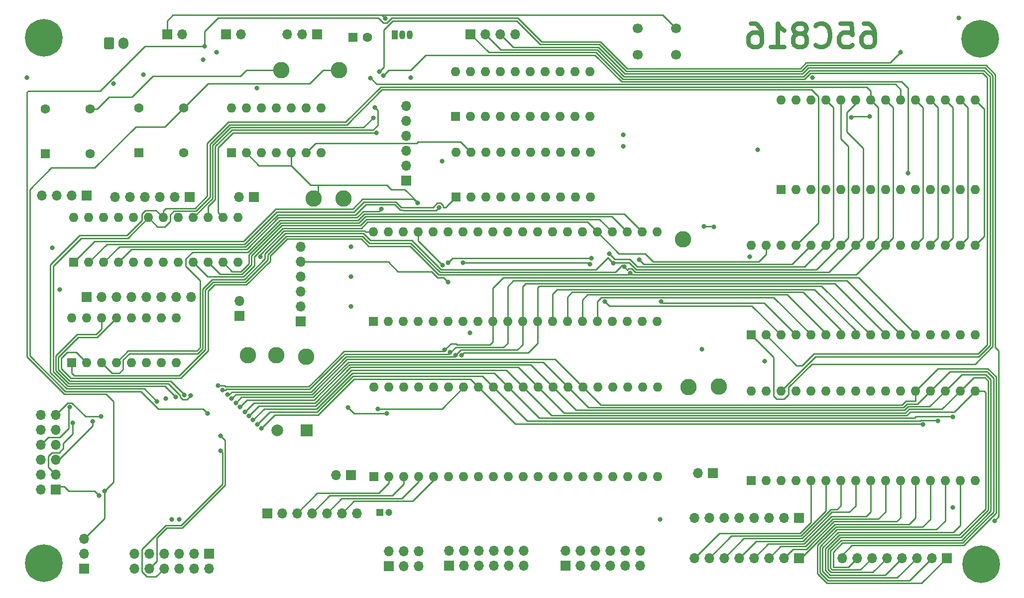
<source format=gbr>
%TF.GenerationSoftware,KiCad,Pcbnew,6.0.4+dfsg-1+b1*%
%TF.CreationDate,2022-05-07T15:32:52+10:00*%
%TF.ProjectId,65816-computer,36353831-362d-4636-9f6d-70757465722e,rev?*%
%TF.SameCoordinates,Original*%
%TF.FileFunction,Copper,L4,Bot*%
%TF.FilePolarity,Positive*%
%FSLAX46Y46*%
G04 Gerber Fmt 4.6, Leading zero omitted, Abs format (unit mm)*
G04 Created by KiCad (PCBNEW 6.0.4+dfsg-1+b1) date 2022-05-07 15:32:52*
%MOMM*%
%LPD*%
G01*
G04 APERTURE LIST*
G04 Aperture macros list*
%AMRoundRect*
0 Rectangle with rounded corners*
0 $1 Rounding radius*
0 $2 $3 $4 $5 $6 $7 $8 $9 X,Y pos of 4 corners*
0 Add a 4 corners polygon primitive as box body*
4,1,4,$2,$3,$4,$5,$6,$7,$8,$9,$2,$3,0*
0 Add four circle primitives for the rounded corners*
1,1,$1+$1,$2,$3*
1,1,$1+$1,$4,$5*
1,1,$1+$1,$6,$7*
1,1,$1+$1,$8,$9*
0 Add four rect primitives between the rounded corners*
20,1,$1+$1,$2,$3,$4,$5,0*
20,1,$1+$1,$4,$5,$6,$7,0*
20,1,$1+$1,$6,$7,$8,$9,0*
20,1,$1+$1,$8,$9,$2,$3,0*%
G04 Aperture macros list end*
%ADD10C,0.750000*%
%TA.AperFunction,NonConductor*%
%ADD11C,0.750000*%
%TD*%
%TA.AperFunction,ComponentPad*%
%ADD12R,1.600000X1.600000*%
%TD*%
%TA.AperFunction,ComponentPad*%
%ADD13C,1.600000*%
%TD*%
%TA.AperFunction,ComponentPad*%
%ADD14R,1.700000X1.700000*%
%TD*%
%TA.AperFunction,ComponentPad*%
%ADD15O,1.700000X1.700000*%
%TD*%
%TA.AperFunction,ComponentPad*%
%ADD16O,1.600000X1.600000*%
%TD*%
%TA.AperFunction,ComponentPad*%
%ADD17C,0.800000*%
%TD*%
%TA.AperFunction,ComponentPad*%
%ADD18C,6.400000*%
%TD*%
%TA.AperFunction,ComponentPad*%
%ADD19C,2.800000*%
%TD*%
%TA.AperFunction,ComponentPad*%
%ADD20R,2.000000X2.000000*%
%TD*%
%TA.AperFunction,ComponentPad*%
%ADD21C,2.000000*%
%TD*%
%TA.AperFunction,ComponentPad*%
%ADD22C,1.700000*%
%TD*%
%TA.AperFunction,ComponentPad*%
%ADD23RoundRect,0.250000X-0.600000X-0.750000X0.600000X-0.750000X0.600000X0.750000X-0.600000X0.750000X0*%
%TD*%
%TA.AperFunction,ComponentPad*%
%ADD24O,1.700000X2.000000*%
%TD*%
%TA.AperFunction,ComponentPad*%
%ADD25R,1.200000X1.200000*%
%TD*%
%TA.AperFunction,ComponentPad*%
%ADD26C,1.200000*%
%TD*%
%TA.AperFunction,ComponentPad*%
%ADD27R,1.050000X1.500000*%
%TD*%
%TA.AperFunction,ComponentPad*%
%ADD28O,1.050000X1.500000*%
%TD*%
%TA.AperFunction,ViaPad*%
%ADD29C,0.800000*%
%TD*%
%TA.AperFunction,Conductor*%
%ADD30C,0.250000*%
%TD*%
G04 APERTURE END LIST*
D10*
D11*
X212946142Y-42640523D02*
X213708047Y-42640523D01*
X214089000Y-42831000D01*
X214279476Y-43021476D01*
X214660428Y-43592904D01*
X214850904Y-44354809D01*
X214850904Y-45878619D01*
X214660428Y-46259571D01*
X214469952Y-46450047D01*
X214089000Y-46640523D01*
X213327095Y-46640523D01*
X212946142Y-46450047D01*
X212755666Y-46259571D01*
X212565190Y-45878619D01*
X212565190Y-44926238D01*
X212755666Y-44545285D01*
X212946142Y-44354809D01*
X213327095Y-44164333D01*
X214089000Y-44164333D01*
X214469952Y-44354809D01*
X214660428Y-44545285D01*
X214850904Y-44926238D01*
X208946142Y-42640523D02*
X210850904Y-42640523D01*
X211041380Y-44545285D01*
X210850904Y-44354809D01*
X210469952Y-44164333D01*
X209517571Y-44164333D01*
X209136619Y-44354809D01*
X208946142Y-44545285D01*
X208755666Y-44926238D01*
X208755666Y-45878619D01*
X208946142Y-46259571D01*
X209136619Y-46450047D01*
X209517571Y-46640523D01*
X210469952Y-46640523D01*
X210850904Y-46450047D01*
X211041380Y-46259571D01*
X204755666Y-46259571D02*
X204946142Y-46450047D01*
X205517571Y-46640523D01*
X205898523Y-46640523D01*
X206469952Y-46450047D01*
X206850904Y-46069095D01*
X207041380Y-45688142D01*
X207231857Y-44926238D01*
X207231857Y-44354809D01*
X207041380Y-43592904D01*
X206850904Y-43211952D01*
X206469952Y-42831000D01*
X205898523Y-42640523D01*
X205517571Y-42640523D01*
X204946142Y-42831000D01*
X204755666Y-43021476D01*
X202469952Y-44354809D02*
X202850904Y-44164333D01*
X203041380Y-43973857D01*
X203231857Y-43592904D01*
X203231857Y-43402428D01*
X203041380Y-43021476D01*
X202850904Y-42831000D01*
X202469952Y-42640523D01*
X201708047Y-42640523D01*
X201327095Y-42831000D01*
X201136619Y-43021476D01*
X200946142Y-43402428D01*
X200946142Y-43592904D01*
X201136619Y-43973857D01*
X201327095Y-44164333D01*
X201708047Y-44354809D01*
X202469952Y-44354809D01*
X202850904Y-44545285D01*
X203041380Y-44735761D01*
X203231857Y-45116714D01*
X203231857Y-45878619D01*
X203041380Y-46259571D01*
X202850904Y-46450047D01*
X202469952Y-46640523D01*
X201708047Y-46640523D01*
X201327095Y-46450047D01*
X201136619Y-46259571D01*
X200946142Y-45878619D01*
X200946142Y-45116714D01*
X201136619Y-44735761D01*
X201327095Y-44545285D01*
X201708047Y-44354809D01*
X197136619Y-46640523D02*
X199422333Y-46640523D01*
X198279476Y-46640523D02*
X198279476Y-42640523D01*
X198660428Y-43211952D01*
X199041380Y-43592904D01*
X199422333Y-43783380D01*
X193708047Y-42640523D02*
X194469952Y-42640523D01*
X194850904Y-42831000D01*
X195041380Y-43021476D01*
X195422333Y-43592904D01*
X195612809Y-44354809D01*
X195612809Y-45878619D01*
X195422333Y-46259571D01*
X195231857Y-46450047D01*
X194850904Y-46640523D01*
X194089000Y-46640523D01*
X193708047Y-46450047D01*
X193517571Y-46259571D01*
X193327095Y-45878619D01*
X193327095Y-44926238D01*
X193517571Y-44545285D01*
X193708047Y-44354809D01*
X194089000Y-44164333D01*
X194850904Y-44164333D01*
X195231857Y-44354809D01*
X195422333Y-44545285D01*
X195612809Y-44926238D01*
D12*
%TO.P,X1,1,NC*%
%TO.N,+5V*%
X89662000Y-64643000D03*
D13*
%TO.P,X1,4,GND*%
%TO.N,GND*%
X97282000Y-64643000D03*
%TO.P,X1,5,OUT*%
%TO.N,/CPU& Bank Address Latching/CLK_UART*%
X97282000Y-57023000D03*
%TO.P,X1,8,Vcc*%
%TO.N,+5V*%
X89662000Y-57023000D03*
%TD*%
D14*
%TO.P,J19,1,Pin_1*%
%TO.N,+5V*%
X132207000Y-135001000D03*
D15*
%TO.P,J19,2,Pin_2*%
%TO.N,GND*%
X132207000Y-132461000D03*
%TO.P,J19,3,Pin_3*%
%TO.N,+5V*%
X134747000Y-135001000D03*
%TO.P,J19,4,Pin_4*%
%TO.N,GND*%
X134747000Y-132461000D03*
%TO.P,J19,5,Pin_5*%
%TO.N,+5V*%
X137287000Y-135001000D03*
%TO.P,J19,6,Pin_6*%
%TO.N,GND*%
X137287000Y-132461000D03*
%TD*%
D12*
%TO.P,U11,1,A0*%
%TO.N,/CPU& Bank Address Latching/A11*%
X78232000Y-100330000D03*
D16*
%TO.P,U11,2,A1*%
%TO.N,/CPU& Bank Address Latching/A10*%
X80772000Y-100330000D03*
%TO.P,U11,3,A2*%
%TO.N,/CPU& Bank Address Latching/A9*%
X83312000Y-100330000D03*
%TO.P,U11,4,~{G2A}*%
%TO.N,/CPU& Bank Address Latching/A12*%
X85852000Y-100330000D03*
%TO.P,U11,5,~{G2B}*%
%TO.N,/IO/~{IOCS}*%
X88392000Y-100330000D03*
%TO.P,U11,6,G1*%
%TO.N,+5V*%
X90932000Y-100330000D03*
%TO.P,U11,7,~{Y7}*%
%TO.N,/IO/~{IO7}*%
X93472000Y-100330000D03*
%TO.P,U11,8,GND*%
%TO.N,GND*%
X96012000Y-100330000D03*
%TO.P,U11,9,~{Y6}*%
%TO.N,/IO/~{IO6}*%
X96012000Y-92710000D03*
%TO.P,U11,10,~{Y5}*%
%TO.N,/IO/~{IO5}*%
X93472000Y-92710000D03*
%TO.P,U11,11,~{Y4}*%
%TO.N,/IO/~{IO4}*%
X90932000Y-92710000D03*
%TO.P,U11,12,~{Y3}*%
%TO.N,/IO/~{IO3}*%
X88392000Y-92710000D03*
%TO.P,U11,13,~{Y2}*%
%TO.N,/IO/~{IO2}*%
X85852000Y-92710000D03*
%TO.P,U11,14,~{Y1}*%
%TO.N,/IO/~{IO1}*%
X83312000Y-92710000D03*
%TO.P,U11,15,~{Y0}*%
%TO.N,/IO/~{IO0}*%
X80772000Y-92710000D03*
%TO.P,U11,16,VCC*%
%TO.N,+5V*%
X78232000Y-92710000D03*
%TD*%
D12*
%TO.P,U9,1,A14*%
%TO.N,/Memory/ROMSW1*%
X198882000Y-70876000D03*
D16*
%TO.P,U9,2,A12*%
%TO.N,/CPU& Bank Address Latching/A12*%
X201422000Y-70876000D03*
%TO.P,U9,3,A7*%
%TO.N,/CPU& Bank Address Latching/A7*%
X203962000Y-70876000D03*
%TO.P,U9,4,A6*%
%TO.N,/CPU& Bank Address Latching/A6*%
X206502000Y-70876000D03*
%TO.P,U9,5,A5*%
%TO.N,/CPU& Bank Address Latching/A5*%
X209042000Y-70876000D03*
%TO.P,U9,6,A4*%
%TO.N,/CPU& Bank Address Latching/A4*%
X211582000Y-70876000D03*
%TO.P,U9,7,A3*%
%TO.N,/CPU& Bank Address Latching/A3*%
X214122000Y-70876000D03*
%TO.P,U9,8,A2*%
%TO.N,/CPU& Bank Address Latching/A2*%
X216662000Y-70876000D03*
%TO.P,U9,9,A1*%
%TO.N,/CPU& Bank Address Latching/A1*%
X219202000Y-70876000D03*
%TO.P,U9,10,A0*%
%TO.N,/CPU& Bank Address Latching/A0*%
X221742000Y-70876000D03*
%TO.P,U9,11,D0*%
%TO.N,/CPU& Bank Address Latching/D0*%
X224282000Y-70876000D03*
%TO.P,U9,12,D1*%
%TO.N,/CPU& Bank Address Latching/D1*%
X226822000Y-70876000D03*
%TO.P,U9,13,D2*%
%TO.N,/CPU& Bank Address Latching/D2*%
X229362000Y-70876000D03*
%TO.P,U9,14,GND*%
%TO.N,GND*%
X231902000Y-70876000D03*
%TO.P,U9,15,D3*%
%TO.N,/CPU& Bank Address Latching/D3*%
X231902000Y-55636000D03*
%TO.P,U9,16,D4*%
%TO.N,/CPU& Bank Address Latching/D4*%
X229362000Y-55636000D03*
%TO.P,U9,17,D5*%
%TO.N,/CPU& Bank Address Latching/D5*%
X226822000Y-55636000D03*
%TO.P,U9,18,D6*%
%TO.N,/CPU& Bank Address Latching/D6*%
X224282000Y-55636000D03*
%TO.P,U9,19,D7*%
%TO.N,/CPU& Bank Address Latching/D7*%
X221742000Y-55636000D03*
%TO.P,U9,20,~{CS}*%
%TO.N,/Memory/~{ROMCS}*%
X219202000Y-55636000D03*
%TO.P,U9,21,A10*%
%TO.N,/CPU& Bank Address Latching/A10*%
X216662000Y-55636000D03*
%TO.P,U9,22,~{OE}*%
%TO.N,/Memory/~{RD}*%
X214122000Y-55636000D03*
%TO.P,U9,23,A11*%
%TO.N,/CPU& Bank Address Latching/A11*%
X211582000Y-55636000D03*
%TO.P,U9,24,A9*%
%TO.N,/CPU& Bank Address Latching/A9*%
X209042000Y-55636000D03*
%TO.P,U9,25,A8*%
%TO.N,/CPU& Bank Address Latching/A8*%
X206502000Y-55636000D03*
%TO.P,U9,26,A13*%
%TO.N,/Memory/ROMSW0*%
X203962000Y-55636000D03*
%TO.P,U9,27,~{WE}*%
%TO.N,+5V*%
X201422000Y-55636000D03*
%TO.P,U9,28,VCC*%
X198882000Y-55636000D03*
%TD*%
D17*
%TO.P,H1,1,1*%
%TO.N,GND*%
X75230056Y-43387944D03*
X73533000Y-42685000D03*
X75230056Y-46782056D03*
X73533000Y-47485000D03*
X71835944Y-46782056D03*
D18*
X73533000Y-45085000D03*
D17*
X71835944Y-43387944D03*
X75933000Y-45085000D03*
X71133000Y-45085000D03*
%TD*%
D19*
%TO.P,TP7,1,1*%
%TO.N,GND*%
X124460000Y-72390000D03*
%TD*%
D17*
%TO.P,H4,1,1*%
%TO.N,GND*%
X232918000Y-132220000D03*
X232918000Y-137020000D03*
X234615056Y-132922944D03*
X231220944Y-136317056D03*
X235318000Y-134620000D03*
D18*
X232918000Y-134620000D03*
D17*
X230518000Y-134620000D03*
X231220944Y-132922944D03*
X234615056Y-136317056D03*
%TD*%
D14*
%TO.P,J9,1,Pin_1*%
%TO.N,/CPU& Bank Address Latching/D0*%
X227076000Y-133604000D03*
D15*
%TO.P,J9,2,Pin_2*%
%TO.N,/CPU& Bank Address Latching/D1*%
X224536000Y-133604000D03*
%TO.P,J9,3,Pin_3*%
%TO.N,/CPU& Bank Address Latching/D2*%
X221996000Y-133604000D03*
%TO.P,J9,4,Pin_4*%
%TO.N,/CPU& Bank Address Latching/D3*%
X219456000Y-133604000D03*
%TO.P,J9,5,Pin_5*%
%TO.N,/CPU& Bank Address Latching/D4*%
X216916000Y-133604000D03*
%TO.P,J9,6,Pin_6*%
%TO.N,/CPU& Bank Address Latching/D5*%
X214376000Y-133604000D03*
%TO.P,J9,7,Pin_7*%
%TO.N,/CPU& Bank Address Latching/D6*%
X211836000Y-133604000D03*
%TO.P,J9,8,Pin_8*%
%TO.N,/CPU& Bank Address Latching/D7*%
X209296000Y-133604000D03*
%TD*%
D17*
%TO.P,H3,1,1*%
%TO.N,GND*%
X73533000Y-132093000D03*
X73533000Y-136893000D03*
X71133000Y-134493000D03*
X71835944Y-132795944D03*
X71835944Y-136190056D03*
X75933000Y-134493000D03*
X75230056Y-136190056D03*
X75230056Y-132795944D03*
D18*
X73533000Y-134493000D03*
%TD*%
D12*
%TO.P,U13,1,VSS*%
%TO.N,GND*%
X129667000Y-119766000D03*
D16*
%TO.P,U13,2,PA0*%
%TO.N,/IO/VIA_PA0*%
X132207000Y-119766000D03*
%TO.P,U13,3,PA1*%
%TO.N,/IO/VIA_PA1*%
X134747000Y-119766000D03*
%TO.P,U13,4,PA2*%
%TO.N,/IO/VIA_PA2*%
X137287000Y-119766000D03*
%TO.P,U13,5,PA3*%
%TO.N,/IO/VIA_PA3*%
X139827000Y-119766000D03*
%TO.P,U13,6,PA4*%
%TO.N,/IO/VIA_PA4*%
X142367000Y-119766000D03*
%TO.P,U13,7,PA5*%
%TO.N,/IO/VIA_PA5*%
X144907000Y-119766000D03*
%TO.P,U13,8,PA6*%
%TO.N,/IO/VIA_PA6*%
X147447000Y-119766000D03*
%TO.P,U13,9,PA7*%
%TO.N,/IO/VIA_PA7*%
X149987000Y-119766000D03*
%TO.P,U13,10,PB0*%
%TO.N,/IO/VIA_PB0*%
X152527000Y-119766000D03*
%TO.P,U13,11,PB1*%
%TO.N,/IO/VIA_PB1*%
X155067000Y-119766000D03*
%TO.P,U13,12,PB2*%
%TO.N,/IO/VIA_PB2*%
X157607000Y-119766000D03*
%TO.P,U13,13,PB3*%
%TO.N,/IO/VIA_PB3*%
X160147000Y-119766000D03*
%TO.P,U13,14,PB4*%
%TO.N,/IO/VIA_PB4*%
X162687000Y-119766000D03*
%TO.P,U13,15,PB5*%
%TO.N,/IO/VIA_PB5*%
X165227000Y-119766000D03*
%TO.P,U13,16,PB6*%
%TO.N,/IO/VIA_PB6*%
X167767000Y-119766000D03*
%TO.P,U13,17,PB7*%
%TO.N,/IO/VIA_PB7*%
X170307000Y-119766000D03*
%TO.P,U13,18,CB1*%
%TO.N,/IO/VIA_CB1*%
X172847000Y-119766000D03*
%TO.P,U13,19,CB2*%
%TO.N,/IO/VIA_CB2*%
X175387000Y-119766000D03*
%TO.P,U13,20,VDD*%
%TO.N,+5V*%
X177927000Y-119766000D03*
%TO.P,U13,21,~{IRQ}*%
%TO.N,/CPU& Bank Address Latching/~{NMI}*%
X177927000Y-104526000D03*
%TO.P,U13,22,~{RW}*%
%TO.N,/CPU& Bank Address Latching/~{RW}*%
X175387000Y-104526000D03*
%TO.P,U13,23,~{CS2}*%
%TO.N,/IO/~{IO0}*%
X172847000Y-104526000D03*
%TO.P,U13,24,CS1*%
%TO.N,+5V*%
X170307000Y-104526000D03*
%TO.P,U13,25,~{PHI2}*%
%TO.N,/CPU& Bank Address Latching/CLK*%
X167767000Y-104526000D03*
%TO.P,U13,26,D7*%
%TO.N,/CPU& Bank Address Latching/D7*%
X165227000Y-104526000D03*
%TO.P,U13,27,D6*%
%TO.N,/CPU& Bank Address Latching/D6*%
X162687000Y-104526000D03*
%TO.P,U13,28,D5*%
%TO.N,/CPU& Bank Address Latching/D5*%
X160147000Y-104526000D03*
%TO.P,U13,29,D4*%
%TO.N,/CPU& Bank Address Latching/D4*%
X157607000Y-104526000D03*
%TO.P,U13,30,D3*%
%TO.N,/CPU& Bank Address Latching/D3*%
X155067000Y-104526000D03*
%TO.P,U13,31,D2*%
%TO.N,/CPU& Bank Address Latching/D2*%
X152527000Y-104526000D03*
%TO.P,U13,32,D1*%
%TO.N,/CPU& Bank Address Latching/D1*%
X149987000Y-104526000D03*
%TO.P,U13,33,D0*%
%TO.N,/CPU& Bank Address Latching/D0*%
X147447000Y-104526000D03*
%TO.P,U13,34,~{RES}*%
%TO.N,/CPU& Bank Address Latching/~{RES}*%
X144907000Y-104526000D03*
%TO.P,U13,35,RS3*%
%TO.N,/CPU& Bank Address Latching/A3*%
X142367000Y-104526000D03*
%TO.P,U13,36,RS2*%
%TO.N,/CPU& Bank Address Latching/A2*%
X139827000Y-104526000D03*
%TO.P,U13,37,RS1*%
%TO.N,/CPU& Bank Address Latching/A1*%
X137287000Y-104526000D03*
%TO.P,U13,38,RS0*%
%TO.N,/CPU& Bank Address Latching/A0*%
X134747000Y-104526000D03*
%TO.P,U13,39,CA2*%
%TO.N,/IO/VIA_CA2*%
X132207000Y-104526000D03*
%TO.P,U13,40,CA1*%
%TO.N,/IO/VIA_CA1*%
X129667000Y-104526000D03*
%TD*%
D19*
%TO.P,TP8,1,1*%
%TO.N,GND*%
X188341000Y-104394000D03*
%TD*%
D12*
%TO.P,X2,1,NC*%
%TO.N,+5V*%
X73787000Y-64770000D03*
D13*
%TO.P,X2,4,GND*%
%TO.N,GND*%
X81407000Y-64770000D03*
%TO.P,X2,5,OUT*%
%TO.N,Net-(JP2-Pad3)*%
X81407000Y-57150000D03*
%TO.P,X2,8,Vcc*%
%TO.N,+5V*%
X73787000Y-57150000D03*
%TD*%
D20*
%TO.P,LS1,1,1*%
%TO.N,/IO/SPEAKER*%
X118237000Y-111887000D03*
D21*
%TO.P,LS1,2,2*%
%TO.N,GND*%
X113237000Y-111887000D03*
%TD*%
D14*
%TO.P,J14,1,Pin_1*%
%TO.N,/CPU& Bank Address Latching/~{VP}*%
X117221000Y-93345000D03*
D15*
%TO.P,J14,2,Pin_2*%
%TO.N,/CPU& Bank Address Latching/RDY*%
X117221000Y-90805000D03*
%TO.P,J14,3,Pin_3*%
%TO.N,/CPU& Bank Address Latching/~{RES}*%
X117221000Y-88265000D03*
%TO.P,J14,4,Pin_4*%
%TO.N,/CPU& Bank Address Latching/~{ABORT}*%
X117221000Y-85725000D03*
%TO.P,J14,5,Pin_5*%
%TO.N,/CPU& Bank Address Latching/~{NMI}*%
X117221000Y-83185000D03*
%TO.P,J14,6,Pin_6*%
%TO.N,/CPU& Bank Address Latching/BE*%
X117221000Y-80645000D03*
%TD*%
D14*
%TO.P,J20,1,Pin_1*%
%TO.N,GND*%
X187330000Y-119126000D03*
D15*
%TO.P,J20,2,Pin_2*%
X184790000Y-119126000D03*
%TD*%
D14*
%TO.P,JP3,1,A*%
%TO.N,GND*%
X109220000Y-72136000D03*
D15*
%TO.P,JP3,2,B*%
%TO.N,/Memory/S0*%
X106680000Y-72136000D03*
%TD*%
D17*
%TO.P,H2,1,1*%
%TO.N,GND*%
X232791000Y-47612000D03*
X230391000Y-45212000D03*
X235191000Y-45212000D03*
X231093944Y-43514944D03*
X231093944Y-46909056D03*
X234488056Y-43514944D03*
X232791000Y-42812000D03*
D18*
X232791000Y-45212000D03*
D17*
X234488056Y-46909056D03*
%TD*%
D14*
%TO.P,J6,1,Pin_1*%
%TO.N,+5V*%
X142429609Y-134946609D03*
D15*
%TO.P,J6,2,Pin_2*%
%TO.N,GND*%
X142429609Y-132406609D03*
%TO.P,J6,3,Pin_3*%
%TO.N,/IO/VIA_CA1*%
X144969609Y-134946609D03*
%TO.P,J6,4,Pin_4*%
%TO.N,/IO/VIA_CA2*%
X144969609Y-132406609D03*
%TO.P,J6,5,Pin_5*%
%TO.N,/IO/VIA_PA0*%
X147509609Y-134946609D03*
%TO.P,J6,6,Pin_6*%
%TO.N,/IO/VIA_PA1*%
X147509609Y-132406609D03*
%TO.P,J6,7,Pin_7*%
%TO.N,/IO/VIA_PA2*%
X150049609Y-134946609D03*
%TO.P,J6,8,Pin_8*%
%TO.N,/IO/VIA_PA3*%
X150049609Y-132406609D03*
%TO.P,J6,9,Pin_9*%
%TO.N,/IO/VIA_PA4*%
X152589609Y-134946609D03*
%TO.P,J6,10,Pin_10*%
%TO.N,/IO/VIA_PA5*%
X152589609Y-132406609D03*
%TO.P,J6,11,Pin_11*%
%TO.N,/IO/VIA_PA6*%
X155129609Y-134946609D03*
%TO.P,J6,12,Pin_12*%
%TO.N,/IO/VIA_PA7*%
X155129609Y-132406609D03*
%TD*%
D19*
%TO.P,TP11,1,1*%
%TO.N,/CPU& Bank Address Latching/CLK_UART*%
X123698000Y-50546000D03*
%TD*%
D14*
%TO.P,J10,1,Pin_1*%
%TO.N,/CPU& Bank Address Latching/A8*%
X201930000Y-126746000D03*
D15*
%TO.P,J10,2,Pin_2*%
%TO.N,/CPU& Bank Address Latching/A9*%
X199390000Y-126746000D03*
%TO.P,J10,3,Pin_3*%
%TO.N,/CPU& Bank Address Latching/A10*%
X196850000Y-126746000D03*
%TO.P,J10,4,Pin_4*%
%TO.N,/CPU& Bank Address Latching/A11*%
X194310000Y-126746000D03*
%TO.P,J10,5,Pin_5*%
%TO.N,/CPU& Bank Address Latching/A12*%
X191770000Y-126746000D03*
%TO.P,J10,6,Pin_6*%
%TO.N,/CPU& Bank Address Latching/A13*%
X189230000Y-126746000D03*
%TO.P,J10,7,Pin_7*%
%TO.N,/CPU& Bank Address Latching/A14*%
X186690000Y-126746000D03*
%TO.P,J10,8,Pin_8*%
%TO.N,/CPU& Bank Address Latching/A15*%
X184150000Y-126746000D03*
%TD*%
D22*
%TO.P,SW1,1,1*%
%TO.N,GND*%
X174550000Y-43470000D03*
%TO.P,SW1,2,2*%
%TO.N,/CPU& Bank Address Latching/~{RES_BTN}*%
X181050000Y-43470000D03*
%TO.P,SW1,3*%
%TO.N,N/C*%
X174550000Y-47970000D03*
%TO.P,SW1,4*%
X181050000Y-47970000D03*
%TD*%
D23*
%TO.P,J3,1,Pin_1*%
%TO.N,+5V*%
X84582000Y-45974000D03*
D24*
%TO.P,J3,2,Pin_2*%
%TO.N,GND*%
X87082000Y-45974000D03*
%TD*%
D12*
%TO.P,U7,1,A18*%
%TO.N,/CPU& Bank Address Latching/A18*%
X193802000Y-95641000D03*
D16*
%TO.P,U7,2,A16*%
%TO.N,/CPU& Bank Address Latching/A16*%
X196342000Y-95641000D03*
%TO.P,U7,3,A14*%
%TO.N,/CPU& Bank Address Latching/A14*%
X198882000Y-95641000D03*
%TO.P,U7,4,A12*%
%TO.N,/CPU& Bank Address Latching/A12*%
X201422000Y-95641000D03*
%TO.P,U7,5,A7*%
%TO.N,/CPU& Bank Address Latching/A7*%
X203962000Y-95641000D03*
%TO.P,U7,6,A6*%
%TO.N,/CPU& Bank Address Latching/A6*%
X206502000Y-95641000D03*
%TO.P,U7,7,A5*%
%TO.N,/CPU& Bank Address Latching/A5*%
X209042000Y-95641000D03*
%TO.P,U7,8,A4*%
%TO.N,/CPU& Bank Address Latching/A4*%
X211582000Y-95641000D03*
%TO.P,U7,9,A3*%
%TO.N,/CPU& Bank Address Latching/A3*%
X214122000Y-95641000D03*
%TO.P,U7,10,A2*%
%TO.N,/CPU& Bank Address Latching/A2*%
X216662000Y-95641000D03*
%TO.P,U7,11,A1*%
%TO.N,/CPU& Bank Address Latching/A1*%
X219202000Y-95641000D03*
%TO.P,U7,12,A0*%
%TO.N,/CPU& Bank Address Latching/A0*%
X221742000Y-95641000D03*
%TO.P,U7,13,DQ0*%
%TO.N,/CPU& Bank Address Latching/D0*%
X224282000Y-95641000D03*
%TO.P,U7,14,DQ1*%
%TO.N,/CPU& Bank Address Latching/D1*%
X226822000Y-95641000D03*
%TO.P,U7,15,DQ2*%
%TO.N,/CPU& Bank Address Latching/D2*%
X229362000Y-95641000D03*
%TO.P,U7,16,VSS*%
%TO.N,GND*%
X231902000Y-95641000D03*
%TO.P,U7,17,DQ3*%
%TO.N,/CPU& Bank Address Latching/D3*%
X231902000Y-80401000D03*
%TO.P,U7,18,DQ4*%
%TO.N,/CPU& Bank Address Latching/D4*%
X229362000Y-80401000D03*
%TO.P,U7,19,DQ5*%
%TO.N,/CPU& Bank Address Latching/D5*%
X226822000Y-80401000D03*
%TO.P,U7,20,DQ6*%
%TO.N,/CPU& Bank Address Latching/D6*%
X224282000Y-80401000D03*
%TO.P,U7,21,DQ7*%
%TO.N,/CPU& Bank Address Latching/D7*%
X221742000Y-80401000D03*
%TO.P,U7,22,~{CE}*%
%TO.N,/Memory/~{RAM0CS}*%
X219202000Y-80401000D03*
%TO.P,U7,23,A10*%
%TO.N,/CPU& Bank Address Latching/A10*%
X216662000Y-80401000D03*
%TO.P,U7,24,~{OE}*%
%TO.N,/Memory/~{RD}*%
X214122000Y-80401000D03*
%TO.P,U7,25,A11*%
%TO.N,/CPU& Bank Address Latching/A11*%
X211582000Y-80401000D03*
%TO.P,U7,26,A9*%
%TO.N,/CPU& Bank Address Latching/A9*%
X209042000Y-80401000D03*
%TO.P,U7,27,A8*%
%TO.N,/CPU& Bank Address Latching/A8*%
X206502000Y-80401000D03*
%TO.P,U7,28,A13*%
%TO.N,/CPU& Bank Address Latching/A13*%
X203962000Y-80401000D03*
%TO.P,U7,29,~{WE}*%
%TO.N,/Memory/~{WR}*%
X201422000Y-80401000D03*
%TO.P,U7,30,A17*%
%TO.N,/CPU& Bank Address Latching/A17*%
X198882000Y-80401000D03*
%TO.P,U7,31,A15*%
%TO.N,/CPU& Bank Address Latching/A15*%
X196342000Y-80401000D03*
%TO.P,U7,32,VCC*%
%TO.N,+5V*%
X193802000Y-80401000D03*
%TD*%
D14*
%TO.P,J17,1,Pin_1*%
%TO.N,/Memory/S1*%
X80772000Y-71882000D03*
D15*
%TO.P,J17,2,Pin_2*%
%TO.N,/Memory/S2*%
X78232000Y-71882000D03*
%TO.P,J17,3,Pin_3*%
%TO.N,/Memory/S3*%
X75692000Y-71882000D03*
%TO.P,J17,4,Pin_4*%
%TO.N,/Memory/S4*%
X73152000Y-71882000D03*
%TD*%
D14*
%TO.P,J13,1,Pin_1*%
%TO.N,/CPU& Bank Address Latching/MX*%
X135128000Y-69342000D03*
D15*
%TO.P,J13,2,Pin_2*%
%TO.N,/CPU& Bank Address Latching/~{ML}*%
X135128000Y-66802000D03*
%TO.P,J13,3,Pin_3*%
%TO.N,/CPU& Bank Address Latching/EMU*%
X135128000Y-64262000D03*
%TO.P,J13,4,Pin_4*%
%TO.N,/CPU& Bank Address Latching/VDA*%
X135128000Y-61722000D03*
%TO.P,J13,5,Pin_5*%
%TO.N,/CPU& Bank Address Latching/VPA*%
X135128000Y-59182000D03*
%TO.P,J13,6,Pin_6*%
%TO.N,/CPU& Bank Address Latching/~{RW}*%
X135128000Y-56642000D03*
%TD*%
D14*
%TO.P,JP4,1,A*%
%TO.N,/CPU& Bank Address Latching/~{IRQ}*%
X106807000Y-92379000D03*
D15*
%TO.P,JP4,2,B*%
%TO.N,+5V*%
X106807000Y-89839000D03*
%TD*%
D14*
%TO.P,J5,1,Pin_1*%
%TO.N,/IO/~{UART_DTRB}*%
X75570000Y-121920000D03*
D15*
%TO.P,J5,2,Pin_2*%
%TO.N,/IO/~{UART_DSRB}*%
X73030000Y-121920000D03*
%TO.P,J5,3,Pin_3*%
%TO.N,/IO/~{UART_OPB}*%
X75570000Y-119380000D03*
%TO.P,J5,4,Pin_4*%
%TO.N,/IO/~{UART_CTSB}*%
X73030000Y-119380000D03*
%TO.P,J5,5,Pin_5*%
%TO.N,/IO/~{UART_RIB}*%
X75570000Y-116840000D03*
%TO.P,J5,6,Pin_6*%
%TO.N,/IO/~{UART_CDB}*%
X73030000Y-116840000D03*
%TO.P,J5,7,Pin_7*%
%TO.N,/IO/~{UART_RXRDYB}*%
X75570000Y-114300000D03*
%TO.P,J5,8,Pin_8*%
%TO.N,/IO/UART_RXB*%
X73030000Y-114300000D03*
%TO.P,J5,9,Pin_9*%
%TO.N,/IO/~{UART_TXRDYB}*%
X75570000Y-111760000D03*
%TO.P,J5,10,Pin_10*%
%TO.N,/IO/UART_TXB*%
X73030000Y-111760000D03*
%TO.P,J5,11,Pin_11*%
%TO.N,/IO/~{UART_RTSB}*%
X75570000Y-109220000D03*
%TO.P,J5,12,Pin_12*%
%TO.N,GND*%
X73030000Y-109220000D03*
%TD*%
D12*
%TO.P,U10,1,~{R}*%
%TO.N,+5V*%
X105405000Y-64633000D03*
D16*
%TO.P,U10,2,D*%
%TO.N,/CPU& Bank Address Latching/CLK*%
X107945000Y-64633000D03*
%TO.P,U10,3,C*%
%TO.N,Net-(JP2-Pad2)*%
X110485000Y-64633000D03*
%TO.P,U10,4,~{S}*%
%TO.N,+5V*%
X113025000Y-64633000D03*
%TO.P,U10,5,Q*%
%TO.N,/CPU& Bank Address Latching/CLK*%
X115565000Y-64633000D03*
%TO.P,U10,6,~{Q}*%
%TO.N,/CPU& Bank Address Latching/CLK_INV*%
X118105000Y-64633000D03*
%TO.P,U10,7,GND*%
%TO.N,GND*%
X120645000Y-64633000D03*
%TO.P,U10,8,~{Q}*%
%TO.N,unconnected-(U10-Pad8)*%
X120645000Y-57013000D03*
%TO.P,U10,9,Q*%
%TO.N,unconnected-(U10-Pad9)*%
X118105000Y-57013000D03*
%TO.P,U10,10,~{S}*%
%TO.N,+5V*%
X115565000Y-57013000D03*
%TO.P,U10,11,C*%
X113025000Y-57013000D03*
%TO.P,U10,12,D*%
X110485000Y-57013000D03*
%TO.P,U10,13,~{R}*%
X107945000Y-57013000D03*
%TO.P,U10,14,VCC*%
X105405000Y-57013000D03*
%TD*%
D12*
%TO.P,U6,1,Clock*%
%TO.N,/CPU& Bank Address Latching/CLK*%
X78608000Y-83302000D03*
D16*
%TO.P,U6,2,RW*%
%TO.N,/CPU& Bank Address Latching/~{RW}*%
X81148000Y-83302000D03*
%TO.P,U6,3,VPA*%
%TO.N,/CPU& Bank Address Latching/VPA*%
X83688000Y-83302000D03*
%TO.P,U6,4,VDA*%
%TO.N,/CPU& Bank Address Latching/VDA*%
X86228000Y-83302000D03*
%TO.P,U6,5,A19*%
%TO.N,/CPU& Bank Address Latching/A19*%
X88768000Y-83302000D03*
%TO.P,U6,6,A18*%
%TO.N,/CPU& Bank Address Latching/A18*%
X91308000Y-83302000D03*
%TO.P,U6,7,A17*%
%TO.N,/CPU& Bank Address Latching/A17*%
X93848000Y-83302000D03*
%TO.P,U6,8,A16*%
%TO.N,/CPU& Bank Address Latching/A16*%
X96388000Y-83302000D03*
%TO.P,U6,9,A15*%
%TO.N,/CPU& Bank Address Latching/A15*%
X98928000Y-83302000D03*
%TO.P,U6,10,A14*%
%TO.N,/CPU& Bank Address Latching/A14*%
X101468000Y-83302000D03*
%TO.P,U6,11,A13*%
%TO.N,/CPU& Bank Address Latching/A13*%
X104008000Y-83302000D03*
%TO.P,U6,12,GND*%
%TO.N,GND*%
X106548000Y-83302000D03*
%TO.P,U6,13,S0*%
%TO.N,/Memory/S0*%
X106548000Y-75682000D03*
%TO.P,U6,14,~{RAM0}*%
%TO.N,/Memory/~{RAM0CS}*%
X104008000Y-75682000D03*
%TO.P,U6,15,~{RAM1}*%
%TO.N,/Memory/~{RAM1CS}*%
X101468000Y-75682000D03*
%TO.P,U6,16,~{ROM}*%
%TO.N,/Memory/~{ROMCS}*%
X98928000Y-75682000D03*
%TO.P,U6,17,~{IO}*%
%TO.N,/IO/~{IOCS}*%
X96388000Y-75682000D03*
%TO.P,U6,18,~{RD}*%
%TO.N,/Memory/~{RD}*%
X93848000Y-75682000D03*
%TO.P,U6,19,~{WR}*%
%TO.N,/Memory/~{WR}*%
X91308000Y-75682000D03*
%TO.P,U6,20,S1*%
%TO.N,/Memory/S1*%
X88768000Y-75682000D03*
%TO.P,U6,21,S2*%
%TO.N,/Memory/S2*%
X86228000Y-75682000D03*
%TO.P,U6,22,S3*%
%TO.N,/Memory/S3*%
X83688000Y-75682000D03*
%TO.P,U6,23,S4*%
%TO.N,/Memory/S4*%
X81148000Y-75682000D03*
%TO.P,U6,24,VCC*%
%TO.N,+5V*%
X78608000Y-75682000D03*
%TD*%
D25*
%TO.P,C16,1*%
%TO.N,+5V*%
X130683000Y-125857000D03*
D26*
%TO.P,C16,2*%
%TO.N,GND*%
X132183000Y-125857000D03*
%TD*%
D14*
%TO.P,J16,1,Pin_1*%
%TO.N,/Memory/~{RAM0CS}*%
X98298000Y-72136000D03*
D15*
%TO.P,J16,2,Pin_2*%
%TO.N,/Memory/~{RAM1CS}*%
X95758000Y-72136000D03*
%TO.P,J16,3,Pin_3*%
%TO.N,/Memory/~{ROMCS}*%
X93218000Y-72136000D03*
%TO.P,J16,4,Pin_4*%
%TO.N,/IO/~{IOCS}*%
X90678000Y-72136000D03*
%TO.P,J16,5,Pin_5*%
%TO.N,/Memory/~{RD}*%
X88138000Y-72136000D03*
%TO.P,J16,6,Pin_6*%
%TO.N,/Memory/~{WR}*%
X85598000Y-72136000D03*
%TD*%
D19*
%TO.P,TP9,1,1*%
%TO.N,GND*%
X118110000Y-99314000D03*
%TD*%
D14*
%TO.P,J2,1,Pin_1*%
%TO.N,/CPU& Bank Address Latching/~{RES_BTN}*%
X94483000Y-44450000D03*
D15*
%TO.P,J2,2,Pin_2*%
%TO.N,GND*%
X97023000Y-44450000D03*
%TD*%
D12*
%TO.P,U4,1,~{VP}*%
%TO.N,/CPU& Bank Address Latching/~{VP}*%
X129540000Y-93345000D03*
D16*
%TO.P,U4,2,RDY*%
%TO.N,/CPU& Bank Address Latching/RDY*%
X132080000Y-93345000D03*
%TO.P,U4,3,~{ABORT}*%
%TO.N,/CPU& Bank Address Latching/~{ABORT}*%
X134620000Y-93345000D03*
%TO.P,U4,4,~{IRQ}*%
%TO.N,/CPU& Bank Address Latching/~{IRQ}*%
X137160000Y-93345000D03*
%TO.P,U4,5,~{ML}*%
%TO.N,/CPU& Bank Address Latching/~{ML}*%
X139700000Y-93345000D03*
%TO.P,U4,6,~{NMI}*%
%TO.N,/CPU& Bank Address Latching/~{NMI}*%
X142240000Y-93345000D03*
%TO.P,U4,7,VPA*%
%TO.N,/CPU& Bank Address Latching/VPA*%
X144780000Y-93345000D03*
%TO.P,U4,8,VDD*%
%TO.N,+5V*%
X147320000Y-93345000D03*
%TO.P,U4,9,A0*%
%TO.N,/CPU& Bank Address Latching/A0*%
X149860000Y-93345000D03*
%TO.P,U4,10,A1*%
%TO.N,/CPU& Bank Address Latching/A1*%
X152400000Y-93345000D03*
%TO.P,U4,11,A2*%
%TO.N,/CPU& Bank Address Latching/A2*%
X154940000Y-93345000D03*
%TO.P,U4,12,A3*%
%TO.N,/CPU& Bank Address Latching/A3*%
X157480000Y-93345000D03*
%TO.P,U4,13,A4*%
%TO.N,/CPU& Bank Address Latching/A4*%
X160020000Y-93345000D03*
%TO.P,U4,14,A5*%
%TO.N,/CPU& Bank Address Latching/A5*%
X162560000Y-93345000D03*
%TO.P,U4,15,A6*%
%TO.N,/CPU& Bank Address Latching/A6*%
X165100000Y-93345000D03*
%TO.P,U4,16,A7*%
%TO.N,/CPU& Bank Address Latching/A7*%
X167640000Y-93345000D03*
%TO.P,U4,17,A8*%
%TO.N,/CPU& Bank Address Latching/A8*%
X170180000Y-93345000D03*
%TO.P,U4,18,A9*%
%TO.N,/CPU& Bank Address Latching/A9*%
X172720000Y-93345000D03*
%TO.P,U4,19,A10*%
%TO.N,/CPU& Bank Address Latching/A10*%
X175260000Y-93345000D03*
%TO.P,U4,20,A11*%
%TO.N,/CPU& Bank Address Latching/A11*%
X177800000Y-93345000D03*
%TO.P,U4,21,VSS*%
%TO.N,GND*%
X177800000Y-78105000D03*
%TO.P,U4,22,A12*%
%TO.N,/CPU& Bank Address Latching/A12*%
X175260000Y-78105000D03*
%TO.P,U4,23,A13*%
%TO.N,/CPU& Bank Address Latching/A13*%
X172720000Y-78105000D03*
%TO.P,U4,24,A14*%
%TO.N,/CPU& Bank Address Latching/A14*%
X170180000Y-78105000D03*
%TO.P,U4,25,A15*%
%TO.N,/CPU& Bank Address Latching/A15*%
X167640000Y-78105000D03*
%TO.P,U4,26,D7*%
%TO.N,/CPU& Bank Address Latching/DB7*%
X165100000Y-78105000D03*
%TO.P,U4,27,D6*%
%TO.N,/CPU& Bank Address Latching/DB6*%
X162560000Y-78105000D03*
%TO.P,U4,28,D5*%
%TO.N,/CPU& Bank Address Latching/DB5*%
X160020000Y-78105000D03*
%TO.P,U4,29,D4*%
%TO.N,/CPU& Bank Address Latching/DB4*%
X157480000Y-78105000D03*
%TO.P,U4,30,D3*%
%TO.N,/CPU& Bank Address Latching/DB3*%
X154940000Y-78105000D03*
%TO.P,U4,31,D2*%
%TO.N,/CPU& Bank Address Latching/DB2*%
X152400000Y-78105000D03*
%TO.P,U4,32,D1*%
%TO.N,/CPU& Bank Address Latching/DB1*%
X149860000Y-78105000D03*
%TO.P,U4,33,D0*%
%TO.N,/CPU& Bank Address Latching/DB0*%
X147320000Y-78105000D03*
%TO.P,U4,34,~{RW}*%
%TO.N,/CPU& Bank Address Latching/~{RW}*%
X144780000Y-78105000D03*
%TO.P,U4,35,E*%
%TO.N,/CPU& Bank Address Latching/EMU*%
X142240000Y-78105000D03*
%TO.P,U4,36,BE*%
%TO.N,/CPU& Bank Address Latching/BE*%
X139700000Y-78105000D03*
%TO.P,U4,37,PHI2*%
%TO.N,/CPU& Bank Address Latching/CLK*%
X137160000Y-78105000D03*
%TO.P,U4,38,MX*%
%TO.N,/CPU& Bank Address Latching/MX*%
X134620000Y-78105000D03*
%TO.P,U4,39,VDA*%
%TO.N,/CPU& Bank Address Latching/VDA*%
X132080000Y-78105000D03*
%TO.P,U4,40,~{RES}*%
%TO.N,/CPU& Bank Address Latching/~{RES}*%
X129540000Y-78105000D03*
%TD*%
D14*
%TO.P,J4,1,Pin_1*%
%TO.N,/IO/~{UART_DTRA}*%
X101600000Y-132842000D03*
D15*
%TO.P,J4,2,Pin_2*%
%TO.N,/IO/~{UART_DSRA}*%
X101600000Y-135382000D03*
%TO.P,J4,3,Pin_3*%
%TO.N,/IO/~{UART_OPA}*%
X99060000Y-132842000D03*
%TO.P,J4,4,Pin_4*%
%TO.N,/IO/~{UART_CTSA}*%
X99060000Y-135382000D03*
%TO.P,J4,5,Pin_5*%
%TO.N,/IO/~{UART_RIA}*%
X96520000Y-132842000D03*
%TO.P,J4,6,Pin_6*%
%TO.N,/IO/~{UART_CDA}*%
X96520000Y-135382000D03*
%TO.P,J4,7,Pin_7*%
%TO.N,/IO/~{UART_RXRDYA}*%
X93980000Y-132842000D03*
%TO.P,J4,8,Pin_8*%
%TO.N,/IO/UART_RXA*%
X93980000Y-135382000D03*
%TO.P,J4,9,Pin_9*%
%TO.N,/IO/~{UART_TXRDYA}*%
X91440000Y-132842000D03*
%TO.P,J4,10,Pin_10*%
%TO.N,/IO/UART_TXA*%
X91440000Y-135382000D03*
%TO.P,J4,11,Pin_11*%
%TO.N,/IO/~{UART_RTSA}*%
X88900000Y-132842000D03*
%TO.P,J4,12,Pin_12*%
%TO.N,GND*%
X88900000Y-135382000D03*
%TD*%
D12*
%TO.P,U3,1,OE*%
%TO.N,GND*%
X143510000Y-58420000D03*
D16*
%TO.P,U3,2,D0*%
%TO.N,/CPU& Bank Address Latching/DB0*%
X146050000Y-58420000D03*
%TO.P,U3,3,D1*%
%TO.N,/CPU& Bank Address Latching/DB1*%
X148590000Y-58420000D03*
%TO.P,U3,4,D2*%
%TO.N,/CPU& Bank Address Latching/DB2*%
X151130000Y-58420000D03*
%TO.P,U3,5,D3*%
%TO.N,/CPU& Bank Address Latching/DB3*%
X153670000Y-58420000D03*
%TO.P,U3,6,D4*%
%TO.N,/CPU& Bank Address Latching/DB4*%
X156210000Y-58420000D03*
%TO.P,U3,7,D5*%
%TO.N,/CPU& Bank Address Latching/DB5*%
X158750000Y-58420000D03*
%TO.P,U3,8,D6*%
%TO.N,/CPU& Bank Address Latching/DB6*%
X161290000Y-58420000D03*
%TO.P,U3,9,D7*%
%TO.N,/CPU& Bank Address Latching/DB7*%
X163830000Y-58420000D03*
%TO.P,U3,10,GND*%
%TO.N,GND*%
X166370000Y-58420000D03*
%TO.P,U3,11,Load*%
%TO.N,/CPU& Bank Address Latching/CLK_INV*%
X166370000Y-50800000D03*
%TO.P,U3,12,Q7*%
%TO.N,unconnected-(U3-Pad12)*%
X163830000Y-50800000D03*
%TO.P,U3,13,Q6*%
%TO.N,unconnected-(U3-Pad13)*%
X161290000Y-50800000D03*
%TO.P,U3,14,Q5*%
%TO.N,unconnected-(U3-Pad14)*%
X158750000Y-50800000D03*
%TO.P,U3,15,Q4*%
%TO.N,unconnected-(U3-Pad15)*%
X156210000Y-50800000D03*
%TO.P,U3,16,Q3*%
%TO.N,/CPU& Bank Address Latching/A19*%
X153670000Y-50800000D03*
%TO.P,U3,17,Q2*%
%TO.N,/CPU& Bank Address Latching/A18*%
X151130000Y-50800000D03*
%TO.P,U3,18,Q1*%
%TO.N,/CPU& Bank Address Latching/A17*%
X148590000Y-50800000D03*
%TO.P,U3,19,Q0*%
%TO.N,/CPU& Bank Address Latching/A16*%
X146050000Y-50800000D03*
%TO.P,U3,20,VCC*%
%TO.N,+5V*%
X143510000Y-50800000D03*
%TD*%
D19*
%TO.P,TP4,1,1*%
%TO.N,/CPU& Bank Address Latching/~{RES}*%
X113030000Y-99060000D03*
%TD*%
D14*
%TO.P,JP1,1,A*%
%TO.N,/IO/VIA_PB7*%
X125730000Y-119507000D03*
D15*
%TO.P,JP1,2,B*%
%TO.N,/IO/SPEAKER*%
X123190000Y-119507000D03*
%TD*%
D19*
%TO.P,TP6,1,1*%
%TO.N,/CPU& Bank Address Latching/~{NMI}*%
X183134000Y-104521000D03*
%TD*%
D14*
%TO.P,J18,1,Pin_1*%
%TO.N,GND*%
X111500600Y-125984400D03*
D15*
%TO.P,J18,2,Pin_2*%
%TO.N,unconnected-(J18-Pad2)*%
X114040600Y-125984400D03*
%TO.P,J18,3,Pin_3*%
%TO.N,/IO/VIA_PA0*%
X116580600Y-125984400D03*
%TO.P,J18,4,Pin_4*%
%TO.N,/IO/VIA_PA1*%
X119120600Y-125984400D03*
%TO.P,J18,5,Pin_5*%
%TO.N,/IO/VIA_PA2*%
X121660600Y-125984400D03*
%TO.P,J18,6,Pin_6*%
%TO.N,/IO/VIA_PA3*%
X124200600Y-125984400D03*
%TO.P,J18,7,Pin_7*%
%TO.N,+5V*%
X126740600Y-125984400D03*
%TD*%
D14*
%TO.P,J1,1,Pin_1*%
%TO.N,+5V*%
X104516000Y-44450000D03*
D15*
%TO.P,J1,2,Pin_2*%
%TO.N,Net-(J1-Pad2)*%
X107056000Y-44450000D03*
%TD*%
D19*
%TO.P,TP5,1,1*%
%TO.N,/CPU& Bank Address Latching/~{IRQ}*%
X108204000Y-99060000D03*
%TD*%
%TO.P,TP1,1,1*%
%TO.N,/CPU& Bank Address Latching/CLK*%
X119380000Y-72390000D03*
%TD*%
D14*
%TO.P,J12,1,Pin_1*%
%TO.N,/IO/~{IO0}*%
X80787000Y-89154000D03*
D15*
%TO.P,J12,2,Pin_2*%
%TO.N,/IO/~{IO1}*%
X83327000Y-89154000D03*
%TO.P,J12,3,Pin_3*%
%TO.N,/IO/~{IO2}*%
X85867000Y-89154000D03*
%TO.P,J12,4,Pin_4*%
%TO.N,/IO/~{IO3}*%
X88407000Y-89154000D03*
%TO.P,J12,5,Pin_5*%
%TO.N,/IO/~{IO4}*%
X90947000Y-89154000D03*
%TO.P,J12,6,Pin_6*%
%TO.N,/IO/~{IO5}*%
X93487000Y-89154000D03*
%TO.P,J12,7,Pin_7*%
%TO.N,/IO/~{IO6}*%
X96027000Y-89154000D03*
%TO.P,J12,8,Pin_8*%
%TO.N,/IO/~{IO7}*%
X98567000Y-89154000D03*
%TD*%
D12*
%TO.P,C15,1*%
%TO.N,+5V*%
X126071621Y-44958000D03*
D13*
%TO.P,C15,2*%
%TO.N,GND*%
X128571621Y-44958000D03*
%TD*%
D12*
%TO.P,U2,1,A->B*%
%TO.N,/CPU& Bank Address Latching/~{RW}*%
X143637000Y-72131000D03*
D16*
%TO.P,U2,2,A0*%
%TO.N,/CPU& Bank Address Latching/D0*%
X146177000Y-72131000D03*
%TO.P,U2,3,A1*%
%TO.N,/CPU& Bank Address Latching/D1*%
X148717000Y-72131000D03*
%TO.P,U2,4,A2*%
%TO.N,/CPU& Bank Address Latching/D2*%
X151257000Y-72131000D03*
%TO.P,U2,5,A3*%
%TO.N,/CPU& Bank Address Latching/D3*%
X153797000Y-72131000D03*
%TO.P,U2,6,A4*%
%TO.N,/CPU& Bank Address Latching/D4*%
X156337000Y-72131000D03*
%TO.P,U2,7,A5*%
%TO.N,/CPU& Bank Address Latching/D5*%
X158877000Y-72131000D03*
%TO.P,U2,8,A6*%
%TO.N,/CPU& Bank Address Latching/D6*%
X161417000Y-72131000D03*
%TO.P,U2,9,A7*%
%TO.N,/CPU& Bank Address Latching/D7*%
X163957000Y-72131000D03*
%TO.P,U2,10,GND*%
%TO.N,GND*%
X166497000Y-72131000D03*
%TO.P,U2,11,B7*%
%TO.N,/CPU& Bank Address Latching/DB7*%
X166497000Y-64511000D03*
%TO.P,U2,12,B6*%
%TO.N,/CPU& Bank Address Latching/DB6*%
X163957000Y-64511000D03*
%TO.P,U2,13,B5*%
%TO.N,/CPU& Bank Address Latching/DB5*%
X161417000Y-64511000D03*
%TO.P,U2,14,B4*%
%TO.N,/CPU& Bank Address Latching/DB4*%
X158877000Y-64511000D03*
%TO.P,U2,15,B3*%
%TO.N,/CPU& Bank Address Latching/DB3*%
X156337000Y-64511000D03*
%TO.P,U2,16,B2*%
%TO.N,/CPU& Bank Address Latching/DB2*%
X153797000Y-64511000D03*
%TO.P,U2,17,B1*%
%TO.N,/CPU& Bank Address Latching/DB1*%
X151257000Y-64511000D03*
%TO.P,U2,18,B0*%
%TO.N,/CPU& Bank Address Latching/DB0*%
X148717000Y-64511000D03*
%TO.P,U2,19,CE*%
%TO.N,/CPU& Bank Address Latching/CLK_INV*%
X146177000Y-64511000D03*
%TO.P,U2,20,VCC*%
%TO.N,+5V*%
X143637000Y-64511000D03*
%TD*%
D19*
%TO.P,TP2,1,1*%
%TO.N,Net-(JP2-Pad3)*%
X113919000Y-50546000D03*
%TD*%
D14*
%TO.P,J15,1,Pin_1*%
%TO.N,/IO/UART_INTA*%
X80391000Y-135387000D03*
D15*
%TO.P,J15,2,Pin_2*%
%TO.N,/IO/UART_INTB*%
X80391000Y-132847000D03*
%TO.P,J15,3,Pin_3*%
%TO.N,/CPU& Bank Address Latching/RES*%
X80391000Y-130307000D03*
%TD*%
D14*
%TO.P,J7,1,Pin_1*%
%TO.N,+5V*%
X162241609Y-134946609D03*
D15*
%TO.P,J7,2,Pin_2*%
%TO.N,GND*%
X162241609Y-132406609D03*
%TO.P,J7,3,Pin_3*%
%TO.N,/IO/VIA_CB1*%
X164781609Y-134946609D03*
%TO.P,J7,4,Pin_4*%
%TO.N,/IO/VIA_CB2*%
X164781609Y-132406609D03*
%TO.P,J7,5,Pin_5*%
%TO.N,/IO/VIA_PB0*%
X167321609Y-134946609D03*
%TO.P,J7,6,Pin_6*%
%TO.N,/IO/VIA_PB1*%
X167321609Y-132406609D03*
%TO.P,J7,7,Pin_7*%
%TO.N,/IO/VIA_PB2*%
X169861609Y-134946609D03*
%TO.P,J7,8,Pin_8*%
%TO.N,/IO/VIA_PB3*%
X169861609Y-132406609D03*
%TO.P,J7,9,Pin_9*%
%TO.N,/IO/VIA_PB4*%
X172401609Y-134946609D03*
%TO.P,J7,10,Pin_10*%
%TO.N,/IO/VIA_PB5*%
X172401609Y-132406609D03*
%TO.P,J7,11,Pin_11*%
%TO.N,/IO/VIA_PB6*%
X174941609Y-134946609D03*
%TO.P,J7,12,Pin_12*%
%TO.N,/IO/VIA_PB7*%
X174941609Y-132406609D03*
%TD*%
D19*
%TO.P,TP10,1,1*%
%TO.N,GND*%
X182245000Y-79375000D03*
%TD*%
D14*
%TO.P,JP2,1,A*%
%TO.N,/CPU& Bank Address Latching/CLK_UART*%
X120015000Y-44450000D03*
D15*
%TO.P,JP2,2,C*%
%TO.N,Net-(JP2-Pad2)*%
X117475000Y-44450000D03*
%TO.P,JP2,3,B*%
%TO.N,Net-(JP2-Pad3)*%
X114935000Y-44450000D03*
%TD*%
D14*
%TO.P,J11,1,Pin_1*%
%TO.N,/CPU& Bank Address Latching/A16*%
X146060000Y-44450000D03*
D15*
%TO.P,J11,2,Pin_2*%
%TO.N,/CPU& Bank Address Latching/A17*%
X148600000Y-44450000D03*
%TO.P,J11,3,Pin_3*%
%TO.N,/CPU& Bank Address Latching/A18*%
X151140000Y-44450000D03*
%TO.P,J11,4,Pin_4*%
%TO.N,/CPU& Bank Address Latching/A19*%
X153680000Y-44450000D03*
%TD*%
D14*
%TO.P,J8,1,Pin_1*%
%TO.N,/CPU& Bank Address Latching/A0*%
X201930000Y-133604000D03*
D15*
%TO.P,J8,2,Pin_2*%
%TO.N,/CPU& Bank Address Latching/A1*%
X199390000Y-133604000D03*
%TO.P,J8,3,Pin_3*%
%TO.N,/CPU& Bank Address Latching/A2*%
X196850000Y-133604000D03*
%TO.P,J8,4,Pin_4*%
%TO.N,/CPU& Bank Address Latching/A3*%
X194310000Y-133604000D03*
%TO.P,J8,5,Pin_5*%
%TO.N,/CPU& Bank Address Latching/A4*%
X191770000Y-133604000D03*
%TO.P,J8,6,Pin_6*%
%TO.N,/CPU& Bank Address Latching/A5*%
X189230000Y-133604000D03*
%TO.P,J8,7,Pin_7*%
%TO.N,/CPU& Bank Address Latching/A6*%
X186690000Y-133604000D03*
%TO.P,J8,8,Pin_8*%
%TO.N,/CPU& Bank Address Latching/A7*%
X184150000Y-133604000D03*
%TD*%
D12*
%TO.P,U8,1,A18*%
%TO.N,/CPU& Bank Address Latching/A18*%
X193802000Y-120401000D03*
D16*
%TO.P,U8,2,A16*%
%TO.N,/CPU& Bank Address Latching/A16*%
X196342000Y-120401000D03*
%TO.P,U8,3,A14*%
%TO.N,/CPU& Bank Address Latching/A14*%
X198882000Y-120401000D03*
%TO.P,U8,4,A12*%
%TO.N,/CPU& Bank Address Latching/A12*%
X201422000Y-120401000D03*
%TO.P,U8,5,A7*%
%TO.N,/CPU& Bank Address Latching/A7*%
X203962000Y-120401000D03*
%TO.P,U8,6,A6*%
%TO.N,/CPU& Bank Address Latching/A6*%
X206502000Y-120401000D03*
%TO.P,U8,7,A5*%
%TO.N,/CPU& Bank Address Latching/A5*%
X209042000Y-120401000D03*
%TO.P,U8,8,A4*%
%TO.N,/CPU& Bank Address Latching/A4*%
X211582000Y-120401000D03*
%TO.P,U8,9,A3*%
%TO.N,/CPU& Bank Address Latching/A3*%
X214122000Y-120401000D03*
%TO.P,U8,10,A2*%
%TO.N,/CPU& Bank Address Latching/A2*%
X216662000Y-120401000D03*
%TO.P,U8,11,A1*%
%TO.N,/CPU& Bank Address Latching/A1*%
X219202000Y-120401000D03*
%TO.P,U8,12,A0*%
%TO.N,/CPU& Bank Address Latching/A0*%
X221742000Y-120401000D03*
%TO.P,U8,13,DQ0*%
%TO.N,/CPU& Bank Address Latching/D0*%
X224282000Y-120401000D03*
%TO.P,U8,14,DQ1*%
%TO.N,/CPU& Bank Address Latching/D1*%
X226822000Y-120401000D03*
%TO.P,U8,15,DQ2*%
%TO.N,/CPU& Bank Address Latching/D2*%
X229362000Y-120401000D03*
%TO.P,U8,16,VSS*%
%TO.N,GND*%
X231902000Y-120401000D03*
%TO.P,U8,17,DQ3*%
%TO.N,/CPU& Bank Address Latching/D3*%
X231902000Y-105161000D03*
%TO.P,U8,18,DQ4*%
%TO.N,/CPU& Bank Address Latching/D4*%
X229362000Y-105161000D03*
%TO.P,U8,19,DQ5*%
%TO.N,/CPU& Bank Address Latching/D5*%
X226822000Y-105161000D03*
%TO.P,U8,20,DQ6*%
%TO.N,/CPU& Bank Address Latching/D6*%
X224282000Y-105161000D03*
%TO.P,U8,21,DQ7*%
%TO.N,/CPU& Bank Address Latching/D7*%
X221742000Y-105161000D03*
%TO.P,U8,22,~{CE}*%
%TO.N,/Memory/~{RAM1CS}*%
X219202000Y-105161000D03*
%TO.P,U8,23,A10*%
%TO.N,/CPU& Bank Address Latching/A10*%
X216662000Y-105161000D03*
%TO.P,U8,24,~{OE}*%
%TO.N,/Memory/~{RD}*%
X214122000Y-105161000D03*
%TO.P,U8,25,A11*%
%TO.N,/CPU& Bank Address Latching/A11*%
X211582000Y-105161000D03*
%TO.P,U8,26,A9*%
%TO.N,/CPU& Bank Address Latching/A9*%
X209042000Y-105161000D03*
%TO.P,U8,27,A8*%
%TO.N,/CPU& Bank Address Latching/A8*%
X206502000Y-105161000D03*
%TO.P,U8,28,A13*%
%TO.N,/CPU& Bank Address Latching/A13*%
X203962000Y-105161000D03*
%TO.P,U8,29,~{WE}*%
%TO.N,/Memory/~{WR}*%
X201422000Y-105161000D03*
%TO.P,U8,30,A17*%
%TO.N,/CPU& Bank Address Latching/A17*%
X198882000Y-105161000D03*
%TO.P,U8,31,A15*%
%TO.N,/CPU& Bank Address Latching/A15*%
X196342000Y-105161000D03*
%TO.P,U8,32,VCC*%
%TO.N,+5V*%
X193802000Y-105161000D03*
%TD*%
D27*
%TO.P,U14,1,~{RESET}*%
%TO.N,/CPU& Bank Address Latching/~{RES_BTN}*%
X133223000Y-44577000D03*
D28*
%TO.P,U14,2,VCC*%
%TO.N,+5V*%
X134493000Y-44577000D03*
%TO.P,U14,3,GND*%
%TO.N,GND*%
X135763000Y-44577000D03*
%TD*%
D29*
%TO.N,+5V*%
X185420000Y-98044000D03*
X125730000Y-85725000D03*
X172085000Y-61595000D03*
X125730000Y-90805000D03*
X90424000Y-51308000D03*
X95250000Y-127000000D03*
X229108000Y-41656000D03*
X125730000Y-80645000D03*
X228092000Y-124968000D03*
%TO.N,GND*%
X96520000Y-127000000D03*
X70612000Y-51816000D03*
X135890000Y-51816000D03*
X146012500Y-95250000D03*
X100584000Y-48768000D03*
X74930000Y-80772000D03*
X172085000Y-63500000D03*
X109728000Y-53594000D03*
X196088000Y-100076000D03*
X85344000Y-52832000D03*
X194945000Y-64135000D03*
X178308000Y-127000000D03*
X204216000Y-51816000D03*
X76200000Y-87884000D03*
X94234000Y-106426000D03*
X193548000Y-82296000D03*
X102870000Y-47498000D03*
X141224000Y-66040000D03*
%TO.N,/CPU& Bank Address Latching/RES*%
X83820000Y-122174000D03*
X100838000Y-46482000D03*
X219202000Y-47498000D03*
%TO.N,/CPU& Bank Address Latching/CLK*%
X141356275Y-83778940D03*
X137058400Y-73189500D03*
%TO.N,/CPU& Bank Address Latching/~{RES}*%
X110306312Y-82366312D03*
X130302000Y-108204000D03*
%TO.N,/CPU& Bank Address Latching/~{RW}*%
X144780000Y-83312000D03*
X166370000Y-83566000D03*
%TO.N,/CPU& Bank Address Latching/D0*%
X223012000Y-110876000D03*
X110523020Y-111539020D03*
%TO.N,/CPU& Bank Address Latching/D1*%
X109816265Y-110832265D03*
X225552000Y-110241000D03*
%TO.N,/CPU& Bank Address Latching/D2*%
X228092000Y-109606000D03*
X109109510Y-110125510D03*
%TO.N,/CPU& Bank Address Latching/D3*%
X108402755Y-109418755D03*
%TO.N,/CPU& Bank Address Latching/D4*%
X107696000Y-108712000D03*
%TO.N,/CPU& Bank Address Latching/D5*%
X106878755Y-107894755D03*
%TO.N,/CPU& Bank Address Latching/D6*%
X106172000Y-107188000D03*
%TO.N,/CPU& Bank Address Latching/D7*%
X105465245Y-106481245D03*
%TO.N,/CPU& Bank Address Latching/~{NMI}*%
X166624000Y-82550000D03*
X142240000Y-86614000D03*
X142240000Y-83312000D03*
%TO.N,/CPU& Bank Address Latching/A0*%
X141679263Y-98178380D03*
X103124000Y-104261986D03*
%TO.N,/CPU& Bank Address Latching/A1*%
X103886000Y-105049990D03*
X142644545Y-98619854D03*
%TO.N,/CPU& Bank Address Latching/A2*%
X104758490Y-105774490D03*
X143533161Y-99077420D03*
%TO.N,/CPU& Bank Address Latching/A3*%
X144563500Y-99077420D03*
%TO.N,/CPU& Bank Address Latching/A8*%
X169672000Y-81788000D03*
%TO.N,/CPU& Bank Address Latching/A9*%
X170396500Y-83467271D03*
%TO.N,/CPU& Bank Address Latching/A10*%
X173228000Y-85127500D03*
%TO.N,/CPU& Bank Address Latching/A11*%
X172212000Y-84036500D03*
%TO.N,/CPU& Bank Address Latching/A12*%
X178524500Y-89957060D03*
%TO.N,/CPU& Bank Address Latching/A13*%
X174752000Y-82804000D03*
%TO.N,/CPU& Bank Address Latching/A14*%
X168947500Y-89957060D03*
%TO.N,/Memory/~{RAM0CS}*%
X130048000Y-61214000D03*
X131262755Y-51506755D03*
X220472000Y-68072000D03*
%TO.N,/Memory/~{RAM1CS}*%
X129794000Y-56896000D03*
X235208299Y-127258299D03*
X130556000Y-50800000D03*
%TO.N,/Memory/~{ROMCS}*%
X210878842Y-58605842D03*
X129540000Y-58674000D03*
X129069500Y-51943000D03*
X213995000Y-58420000D03*
%TO.N,/Memory/~{RD}*%
X92715017Y-106928983D03*
%TO.N,/Memory/~{WR}*%
X95954500Y-106231713D03*
%TO.N,/IO/~{IO2}*%
X97401706Y-105880500D03*
%TO.N,/IO/~{IO1}*%
X98483125Y-105986875D03*
%TO.N,/IO/~{IO0}*%
X131826000Y-108966000D03*
X125222000Y-107950000D03*
%TO.N,/IO/UART_TXA*%
X103532460Y-112776000D03*
%TO.N,/IO/~{UART_DTRB}*%
X82943700Y-122936000D03*
%TO.N,/IO/~{UART_OPB}*%
X78448500Y-110579500D03*
%TO.N,/IO/~{UART_RIB}*%
X81794094Y-110369094D03*
%TO.N,/IO/UART_RXB*%
X77954950Y-107935550D03*
%TO.N,/IO/~{UART_RTSB}*%
X83254953Y-109543953D03*
%TO.N,/CPU& Bank Address Latching/~{RES_BTN}*%
X131567342Y-41778342D03*
%TO.N,/CPU& Bank Address Latching/CLK_UART*%
X101346000Y-108966000D03*
%TO.N,/Memory/ROMSW0*%
X185821801Y-77160180D03*
X187452000Y-77216000D03*
%TO.N,/IO/UART_RXA*%
X103611020Y-115316000D03*
%TO.N,/CPU& Bank Address Latching/VPA*%
X140716000Y-73914000D03*
%TO.N,/CPU& Bank Address Latching/VDA*%
X130937000Y-74167989D03*
%TD*%
D30*
%TO.N,/CPU& Bank Address Latching/RES*%
X85344000Y-120650000D02*
X83820000Y-122174000D01*
X84114160Y-105704160D02*
X85344000Y-106934000D01*
X85344000Y-106934000D02*
X85344000Y-120650000D01*
X154110197Y-41714480D02*
X132655802Y-41714480D01*
X158154118Y-45758400D02*
X154110197Y-41714480D01*
X168189271Y-45758400D02*
X158154118Y-45758400D01*
X131267239Y-42502853D02*
X130420386Y-41656000D01*
X100838000Y-43942000D02*
X100838000Y-46482000D01*
X83049386Y-54102000D02*
X70866000Y-54102000D01*
X219202000Y-47498000D02*
X217406591Y-49293409D01*
X90669386Y-46482000D02*
X83049386Y-54102000D01*
X70866000Y-54102000D02*
X70670480Y-54297520D01*
X172723783Y-50292911D02*
X168189271Y-45758400D01*
X83820000Y-122174000D02*
X83820000Y-126878000D01*
X100838000Y-46482000D02*
X90669386Y-46482000D01*
X131867429Y-42502853D02*
X131267239Y-42502853D01*
X103124000Y-41656000D02*
X100838000Y-43942000D01*
X132655802Y-41714480D02*
X131867429Y-42502853D01*
X70670480Y-99376786D02*
X76997853Y-105704160D01*
X83820000Y-126878000D02*
X80391000Y-130307000D01*
X76997853Y-105704160D02*
X84114160Y-105704160D01*
X203171106Y-49293409D02*
X202171604Y-50292911D01*
X217406591Y-49293409D02*
X203171106Y-49293409D01*
X70670480Y-54297520D02*
X70670480Y-99376786D01*
X130420386Y-41656000D02*
X103124000Y-41656000D01*
X202171604Y-50292911D02*
X172723783Y-50292911D01*
%TO.N,/CPU& Bank Address Latching/CLK*%
X132588000Y-70866000D02*
X134874000Y-70866000D01*
X107945000Y-64633000D02*
X110114000Y-66802000D01*
X137058400Y-73050400D02*
X137058400Y-73189500D01*
X127733833Y-72544449D02*
X136413349Y-72544449D01*
X120142000Y-71628000D02*
X119380000Y-72390000D01*
X131826000Y-70104000D02*
X132588000Y-70866000D01*
X78608000Y-83302000D02*
X82174080Y-79735920D01*
X134874000Y-70866000D02*
X137058400Y-73050400D01*
X120142000Y-70104000D02*
X131826000Y-70104000D01*
X115570000Y-66802000D02*
X115824000Y-67056000D01*
X110114000Y-66802000D02*
X115570000Y-66802000D01*
X115565000Y-64633000D02*
X115565000Y-66797000D01*
X115565000Y-66797000D02*
X115824000Y-67056000D01*
X118872000Y-70104000D02*
X120142000Y-70104000D01*
X115824000Y-67056000D02*
X118872000Y-70104000D01*
X137160000Y-79582665D02*
X141356275Y-83778940D01*
X126051802Y-74226480D02*
X127733833Y-72544449D01*
X136413349Y-72544449D02*
X137058400Y-73189500D01*
X120142000Y-70104000D02*
X120142000Y-71628000D01*
X137160000Y-78105000D02*
X137160000Y-79582665D01*
X112971521Y-74226480D02*
X126051802Y-74226480D01*
X107462081Y-79735920D02*
X112971521Y-74226480D01*
X82174080Y-79735920D02*
X107462081Y-79735920D01*
%TO.N,/CPU& Bank Address Latching/CLK_INV*%
X144404000Y-62738000D02*
X137160000Y-62738000D01*
X137160000Y-62738000D02*
X136906000Y-62992000D01*
X146177000Y-64511000D02*
X144404000Y-62738000D01*
X136906000Y-62992000D02*
X119746000Y-62992000D01*
X119746000Y-62992000D02*
X118105000Y-64633000D01*
%TO.N,/CPU& Bank Address Latching/~{RES}*%
X141229000Y-108204000D02*
X144907000Y-104526000D01*
X128066591Y-77919520D02*
X128252071Y-78105000D01*
X130302000Y-108204000D02*
X141229000Y-108204000D01*
X128252071Y-78105000D02*
X129540000Y-78105000D01*
X114364225Y-77919520D02*
X128066591Y-77919520D01*
X110306312Y-82366312D02*
X110306312Y-81977432D01*
X110306312Y-81977432D02*
X114364225Y-77919520D01*
%TO.N,/CPU& Bank Address Latching/~{RW}*%
X141440511Y-73914000D02*
X141440511Y-73613897D01*
X141016103Y-73189489D02*
X140415897Y-73189489D01*
X140415897Y-73189489D02*
X139691386Y-73914000D01*
X134289800Y-73914000D02*
X133369769Y-72993969D01*
X143637000Y-72131000D02*
X141854000Y-73914000D01*
X107648278Y-80185440D02*
X84264560Y-80185440D01*
X84264560Y-80185440D02*
X81148000Y-83302000D01*
X141440511Y-73613897D02*
X141016103Y-73189489D01*
X139691386Y-73914000D02*
X134289800Y-73914000D01*
X113157719Y-74676000D02*
X107648278Y-80185440D01*
X126238000Y-74676000D02*
X113157719Y-74676000D01*
X141854000Y-73914000D02*
X141440511Y-73914000D01*
X133369769Y-72993969D02*
X127920031Y-72993969D01*
X166116000Y-83312000D02*
X166370000Y-83566000D01*
X127920031Y-72993969D02*
X126238000Y-74676000D01*
X144780000Y-83312000D02*
X166116000Y-83312000D01*
%TO.N,/CPU& Bank Address Latching/D0*%
X206693218Y-137863520D02*
X222816480Y-137863520D01*
X224282000Y-127000000D02*
X222973600Y-128308400D01*
X120146307Y-109220000D02*
X126242307Y-103124000D01*
X222973600Y-128308400D02*
X208241600Y-128308400D01*
X205074882Y-131475119D02*
X205074882Y-136245185D01*
X208241600Y-128308400D02*
X205074882Y-131475119D01*
X222880000Y-110744000D02*
X223012000Y-110876000D01*
X205074882Y-136245185D02*
X206693218Y-137863520D01*
X126242307Y-103124000D02*
X146045000Y-103124000D01*
X112842040Y-109220000D02*
X120146307Y-109220000D01*
X224282000Y-120401000D02*
X224282000Y-127000000D01*
X110523020Y-111539020D02*
X112842040Y-109220000D01*
X153665000Y-110744000D02*
X222880000Y-110744000D01*
X222816480Y-137863520D02*
X227076000Y-133604000D01*
X146045000Y-103124000D02*
X147447000Y-104526000D01*
X147447000Y-104526000D02*
X153665000Y-110744000D01*
%TO.N,/CPU& Bank Address Latching/D1*%
X226822000Y-120401000D02*
X226822000Y-127254000D01*
X220726000Y-137414000D02*
X224536000Y-133604000D01*
X148077000Y-102616000D02*
X149987000Y-104526000D01*
X225462489Y-110151489D02*
X225552000Y-110241000D01*
X225318080Y-128757920D02*
X208427798Y-128757920D01*
X155697000Y-110236000D02*
X222627386Y-110236000D01*
X109816265Y-110832265D02*
X111936530Y-108712000D01*
X149987000Y-104526000D02*
X155697000Y-110236000D01*
X226822000Y-127254000D02*
X225318080Y-128757920D01*
X222711897Y-110151489D02*
X225462489Y-110151489D01*
X205524402Y-131661316D02*
X205524402Y-136058987D01*
X208427798Y-128757920D02*
X205524402Y-131661316D01*
X111936530Y-108712000D02*
X120018590Y-108712000D01*
X205524402Y-136058987D02*
X206879415Y-137414000D01*
X126114590Y-102616000D02*
X148077000Y-102616000D01*
X120018590Y-108712000D02*
X126114590Y-102616000D01*
X222627386Y-110236000D02*
X222711897Y-110151489D01*
X206879415Y-137414000D02*
X220726000Y-137414000D01*
%TO.N,/CPU& Bank Address Latching/D2*%
X157787480Y-109786480D02*
X221556520Y-109786480D01*
X228002489Y-109516489D02*
X228092000Y-109606000D01*
X218673920Y-136926080D02*
X221996000Y-133604000D01*
X150109000Y-102108000D02*
X152527000Y-104526000D01*
X221556520Y-109786480D02*
X221826511Y-109516489D01*
X208613996Y-129207440D02*
X205973920Y-131847519D01*
X229362000Y-128014564D02*
X228169124Y-129207440D01*
X119890872Y-108204000D02*
X125986872Y-102108000D01*
X229362000Y-120401000D02*
X229362000Y-128014564D01*
X109109510Y-110125510D02*
X111031020Y-108204000D01*
X221826511Y-109516489D02*
X228002489Y-109516489D01*
X111031020Y-108204000D02*
X119890872Y-108204000D01*
X152527000Y-104526000D02*
X157787480Y-109786480D01*
X125986872Y-102108000D02*
X150109000Y-102108000D01*
X228169124Y-129207440D02*
X208613996Y-129207440D01*
X205973922Y-135872791D02*
X207027212Y-136926080D01*
X205973920Y-131847519D02*
X205973922Y-135872791D01*
X207027212Y-136926080D02*
X218673920Y-136926080D01*
%TO.N,/CPU& Bank Address Latching/D3*%
X152199480Y-101658480D02*
X155067000Y-104526000D01*
X233484480Y-78818520D02*
X231902000Y-80401000D01*
X233431000Y-105161000D02*
X233680000Y-105410000D01*
X233484480Y-57218480D02*
X233484480Y-78818520D01*
X207213409Y-136476560D02*
X216583440Y-136476560D01*
X125800674Y-101658480D02*
X152199480Y-101658480D01*
X220261726Y-109336960D02*
X220886686Y-108712000D01*
X206423441Y-135686593D02*
X207213409Y-136476560D01*
X206423440Y-132033716D02*
X206423441Y-135686593D01*
X216583440Y-136476560D02*
X219456000Y-133604000D01*
X220886686Y-108712000D02*
X228351000Y-108712000D01*
X155067000Y-104526000D02*
X159877960Y-109336960D01*
X233680000Y-125219128D02*
X229242168Y-129656960D01*
X110125510Y-107696000D02*
X119763154Y-107696000D01*
X108402755Y-109418755D02*
X110125510Y-107696000D01*
X228351000Y-108712000D02*
X231902000Y-105161000D01*
X233680000Y-105410000D02*
X233680000Y-125219128D01*
X231902000Y-105161000D02*
X233431000Y-105161000D01*
X208800194Y-129656960D02*
X206423440Y-132033716D01*
X229242168Y-129656960D02*
X208800194Y-129656960D01*
X159877960Y-109336960D02*
X220261726Y-109336960D01*
X231902000Y-55636000D02*
X233484480Y-57218480D01*
X119763154Y-107696000D02*
X125800674Y-101658480D01*
%TO.N,/CPU& Bank Address Latching/D4*%
X208986392Y-130106480D02*
X206872960Y-132219913D01*
X229362000Y-55636000D02*
X230632000Y-56906000D01*
X206872960Y-132219913D02*
X206872960Y-135500395D01*
X229428366Y-130106480D02*
X208986392Y-130106480D01*
X154231480Y-101150480D02*
X127449520Y-101150480D01*
X230632000Y-79131000D02*
X229362000Y-80401000D01*
X220075528Y-108887440D02*
X220700489Y-108262480D01*
X119635436Y-107188000D02*
X125672956Y-101150480D01*
X125672956Y-101150480D02*
X127449520Y-101150480D01*
X231653000Y-102870000D02*
X233552282Y-102870000D01*
X157607000Y-104526000D02*
X161968440Y-108887440D01*
X109220000Y-107188000D02*
X119635436Y-107188000D01*
X226260520Y-108262480D02*
X229362000Y-105161000D01*
X206872960Y-135500395D02*
X207399606Y-136027040D01*
X157607000Y-104526000D02*
X154231480Y-101150480D01*
X214492960Y-136027040D02*
X216916000Y-133604000D01*
X229362000Y-105161000D02*
X231653000Y-102870000D01*
X234129520Y-125405326D02*
X229428366Y-130106480D01*
X220700489Y-108262480D02*
X226260520Y-108262480D01*
X230632000Y-56906000D02*
X230632000Y-79131000D01*
X207399606Y-136027040D02*
X214492960Y-136027040D01*
X161968440Y-108887440D02*
X220075528Y-108887440D01*
X233552282Y-102870000D02*
X234129520Y-103447238D01*
X107696000Y-108712000D02*
X109220000Y-107188000D01*
X234129520Y-103447238D02*
X234129520Y-125405326D01*
%TO.N,/CPU& Bank Address Latching/D5*%
X219889331Y-108437920D02*
X220514292Y-107812960D01*
X108093510Y-106680000D02*
X119507718Y-106680000D01*
X229621000Y-102362000D02*
X233680000Y-102362000D01*
X228092000Y-79131000D02*
X226822000Y-80401000D01*
X106878755Y-107894755D02*
X108093510Y-106680000D01*
X164058920Y-108437920D02*
X219889331Y-108437920D01*
X212402480Y-135577520D02*
X214376000Y-133604000D01*
X229614564Y-130556000D02*
X209172590Y-130556000D01*
X224170040Y-107812960D02*
X226822000Y-105161000D01*
X233680000Y-102362000D02*
X234579040Y-103261041D01*
X226822000Y-105161000D02*
X229621000Y-102362000D01*
X119507718Y-106680000D02*
X124777859Y-101409859D01*
X124777859Y-101409859D02*
X125486759Y-100700960D01*
X226822000Y-55636000D02*
X228092000Y-56906000D01*
X234579040Y-103261041D02*
X234579040Y-125591524D01*
X228092000Y-56906000D02*
X228092000Y-79131000D01*
X160147000Y-104526000D02*
X164058920Y-108437920D01*
X207322480Y-135314197D02*
X207585803Y-135577520D01*
X234579040Y-125591524D02*
X229614564Y-130556000D01*
X207585803Y-135577520D02*
X212402480Y-135577520D01*
X207322480Y-132406110D02*
X207322480Y-135314197D01*
X160147000Y-104526000D02*
X156321960Y-100700960D01*
X220514292Y-107812960D02*
X224170040Y-107812960D01*
X209172590Y-130556000D02*
X207322480Y-132406110D01*
X156321960Y-100700960D02*
X125486758Y-100700960D01*
X125486758Y-100700960D02*
X124777859Y-101409859D01*
%TO.N,/CPU& Bank Address Latching/D6*%
X231965141Y-128841141D02*
X235028560Y-125777722D01*
X106172000Y-107188000D02*
X107129520Y-106230480D01*
X224282000Y-55636000D02*
X225552000Y-56906000D01*
X220328095Y-107363440D02*
X222079560Y-107363440D01*
X231965141Y-128841141D02*
X234886141Y-125920141D01*
X225552000Y-56906000D02*
X225552000Y-79131000D01*
X107129520Y-106230480D02*
X119321522Y-106230480D01*
X158412440Y-100251440D02*
X162687000Y-104526000D01*
X225552000Y-79131000D02*
X224282000Y-80401000D01*
X235028560Y-125777722D02*
X235028560Y-102948560D01*
X166149400Y-107988400D02*
X219703133Y-107988400D01*
X211836000Y-133604000D02*
X210312000Y-135128000D01*
X207772000Y-132592308D02*
X209358788Y-131005520D01*
X162687000Y-104526000D02*
X166149400Y-107988400D01*
X233934000Y-101854000D02*
X227589000Y-101854000D01*
X119321522Y-106230480D02*
X125300562Y-100251440D01*
X227589000Y-101854000D02*
X224282000Y-105161000D01*
X209358788Y-131005520D02*
X229800761Y-131005520D01*
X219703133Y-107988400D02*
X220328095Y-107363440D01*
X222079560Y-107363440D02*
X224282000Y-105161000D01*
X207772000Y-135128000D02*
X207772000Y-132592308D01*
X229800761Y-131005520D02*
X231965141Y-128841141D01*
X210312000Y-135128000D02*
X207772000Y-135128000D01*
X125300562Y-100251440D02*
X158412440Y-100251440D01*
X235028560Y-102948560D02*
X233934000Y-101854000D01*
%TO.N,/CPU& Bank Address Latching/D7*%
X234061717Y-101346000D02*
X235478080Y-102762363D01*
X235478080Y-102762363D02*
X235478080Y-125963920D01*
X125114364Y-99801920D02*
X160502920Y-99801920D01*
X229986958Y-131455040D02*
X210936960Y-131455040D01*
X221742000Y-106913920D02*
X221742000Y-105161000D01*
X223012000Y-56906000D02*
X223012000Y-79131000D01*
X160502920Y-99801920D02*
X165227000Y-104526000D01*
X168239880Y-107538880D02*
X219516936Y-107538880D01*
X221742000Y-55636000D02*
X223012000Y-56906000D01*
X223012000Y-79131000D02*
X221742000Y-80401000D01*
X225557000Y-101346000D02*
X234061717Y-101346000D01*
X165227000Y-104526000D02*
X168239880Y-107538880D01*
X235478080Y-125963920D02*
X229986958Y-131455040D01*
X119135324Y-105780960D02*
X125114364Y-99801920D01*
X220141898Y-106913920D02*
X221742000Y-106913920D01*
X219516936Y-107538880D02*
X220141898Y-106913920D01*
X106165530Y-105780960D02*
X119135324Y-105780960D01*
X221742000Y-105161000D02*
X225557000Y-101346000D01*
X209296000Y-133096000D02*
X209296000Y-133604000D01*
X210936960Y-131455040D02*
X209296000Y-133096000D01*
X105465245Y-106481245D02*
X106165530Y-105780960D01*
%TO.N,/CPU& Bank Address Latching/A18*%
X153347440Y-46657440D02*
X167816876Y-46657440D01*
X167816876Y-46657440D02*
X172351387Y-51191951D01*
X197612000Y-99451000D02*
X193802000Y-95641000D01*
X172351387Y-51191951D02*
X202544000Y-51191951D01*
X234891520Y-97595914D02*
X231903434Y-100584000D01*
X197612000Y-106045000D02*
X197612000Y-99451000D01*
X233581884Y-50192449D02*
X234891520Y-51502085D01*
X198120000Y-106553000D02*
X197612000Y-106045000D01*
X200152000Y-104549722D02*
X200152000Y-105791000D01*
X231903434Y-100584000D02*
X204117722Y-100584000D01*
X203543502Y-50192449D02*
X233581884Y-50192449D01*
X199390000Y-106553000D02*
X198120000Y-106553000D01*
X151140000Y-44450000D02*
X153347440Y-46657440D01*
X234891520Y-51502085D02*
X234891520Y-97595914D01*
X202544000Y-51191951D02*
X203543502Y-50192449D01*
X200152000Y-105791000D02*
X199390000Y-106553000D01*
X204117722Y-100584000D02*
X200152000Y-104549722D01*
%TO.N,/CPU& Bank Address Latching/A17*%
X148600000Y-44450000D02*
X151256960Y-47106960D01*
X203729700Y-50641969D02*
X233395687Y-50641969D01*
X234442000Y-51688282D02*
X234442000Y-97409717D01*
X234442000Y-97409717D02*
X232537717Y-99314000D01*
X202730197Y-51641471D02*
X203729700Y-50641969D01*
X151256960Y-47106960D02*
X167630678Y-47106960D01*
X172165189Y-51641471D02*
X202730197Y-51641471D01*
X204724000Y-99314000D02*
X198882000Y-105156000D01*
X198882000Y-105156000D02*
X198882000Y-105161000D01*
X167630678Y-47106960D02*
X172165189Y-51641471D01*
X233395687Y-50641969D02*
X234442000Y-51688282D01*
X232537717Y-99314000D02*
X204724000Y-99314000D01*
%TO.N,/CPU& Bank Address Latching/A16*%
X233934000Y-97282000D02*
X232410000Y-98806000D01*
X202916395Y-52090991D02*
X203915897Y-51091489D01*
X232410000Y-98806000D02*
X204470000Y-98806000D01*
X202438000Y-100838000D02*
X201539000Y-100838000D01*
X204470000Y-98806000D02*
X202438000Y-100838000D01*
X233934000Y-51816000D02*
X233934000Y-97282000D01*
X167444480Y-47556480D02*
X171978991Y-52090991D01*
X146060000Y-44450000D02*
X149166480Y-47556480D01*
X201539000Y-100838000D02*
X196342000Y-95641000D01*
X233209489Y-51091489D02*
X233934000Y-51816000D01*
X171978991Y-52090991D02*
X202916395Y-52090991D01*
X149166480Y-47556480D02*
X167444480Y-47556480D01*
X203915897Y-51091489D02*
X233209489Y-51091489D01*
%TO.N,/CPU& Bank Address Latching/~{NMI}*%
X133731000Y-84836000D02*
X139481567Y-84836000D01*
X166624000Y-82550000D02*
X143002000Y-82550000D01*
X141478011Y-85852011D02*
X142240000Y-86614000D01*
X132080000Y-83185000D02*
X133731000Y-84836000D01*
X140497578Y-85852011D02*
X141478011Y-85852011D01*
X117221000Y-83185000D02*
X132080000Y-83185000D01*
X143002000Y-82550000D02*
X142240000Y-83312000D01*
X139481567Y-84836000D02*
X140497578Y-85852011D01*
%TO.N,/CPU& Bank Address Latching/A0*%
X136496640Y-98453360D02*
X124555768Y-98453360D01*
X221742000Y-120401000D02*
X221742000Y-126746000D01*
X143616019Y-97123969D02*
X143774050Y-97282000D01*
X124555768Y-98453360D02*
X120394564Y-102614564D01*
X103124000Y-104261986D02*
X104269835Y-104261986D01*
X202311718Y-133604000D02*
X201930000Y-133604000D01*
X212090000Y-85852000D02*
X221742000Y-95504000D01*
X221742000Y-95504000D02*
X221742000Y-95641000D01*
X142733674Y-97123969D02*
X143616019Y-97123969D01*
X220629120Y-127858880D02*
X208055402Y-127858880D01*
X118576728Y-104432400D02*
X120394564Y-102614564D01*
X149860000Y-96774000D02*
X149860000Y-93345000D01*
X141679263Y-98178380D02*
X141404283Y-98453360D01*
X208055402Y-127858880D02*
X207792080Y-128122203D01*
X141679263Y-98178380D02*
X142733674Y-97123969D01*
X149352000Y-97282000D02*
X149860000Y-96774000D01*
X207792080Y-128122203D02*
X203903520Y-132010763D01*
X104269835Y-104261986D02*
X104440249Y-104432400D01*
X149860000Y-93345000D02*
X149860000Y-87630000D01*
X149860000Y-87630000D02*
X151638000Y-85852000D01*
X151638000Y-85852000D02*
X212090000Y-85852000D01*
X141404283Y-98453360D02*
X136496640Y-98453360D01*
X104440249Y-104432400D02*
X118576728Y-104432400D01*
X203903520Y-132012198D02*
X202311718Y-133604000D01*
X203903520Y-132010763D02*
X203903520Y-132012198D01*
X221742000Y-126746000D02*
X220629120Y-127858880D01*
X143774050Y-97282000D02*
X149352000Y-97282000D01*
%TO.N,/CPU& Bank Address Latching/A1*%
X219202000Y-126746000D02*
X218538639Y-127409361D01*
X143587853Y-97731520D02*
X151696480Y-97731520D01*
X104626446Y-104881920D02*
X118762929Y-104881920D01*
X118762929Y-104881920D02*
X124268425Y-99376425D01*
X142644545Y-98619854D02*
X142699519Y-98619854D01*
X219202000Y-95504000D02*
X219202000Y-95641000D01*
X104458376Y-105049990D02*
X104626446Y-104881920D01*
X152400000Y-93345000D02*
X152400000Y-87376000D01*
X218538639Y-127409361D02*
X207869204Y-127409362D01*
X219202000Y-120401000D02*
X219202000Y-126746000D01*
X124741970Y-98902880D02*
X124268425Y-99376425D01*
X207869204Y-127409362D02*
X203454000Y-131824565D01*
X142361519Y-98902880D02*
X124741970Y-98902880D01*
X152400000Y-97028000D02*
X152400000Y-93345000D01*
X203200000Y-132080000D02*
X200914000Y-132080000D01*
X142699519Y-98619854D02*
X143587853Y-97731520D01*
X203454000Y-131826000D02*
X203200000Y-132080000D01*
X203454000Y-131824565D02*
X203454000Y-131826000D01*
X103886000Y-105049990D02*
X104458376Y-105049990D01*
X210116480Y-86418480D02*
X219202000Y-95504000D01*
X153357520Y-86418480D02*
X210116480Y-86418480D01*
X142644545Y-98619854D02*
X142361519Y-98902880D01*
X151696480Y-97731520D02*
X152400000Y-97028000D01*
X152400000Y-87376000D02*
X153357520Y-86418480D01*
X200914000Y-132080000D02*
X199390000Y-133604000D01*
%TO.N,/CPU& Bank Address Latching/A2*%
X215432159Y-126959841D02*
X207683006Y-126959841D01*
X216662000Y-125730000D02*
X215432159Y-126959841D01*
X216662000Y-95504000D02*
X216662000Y-95641000D01*
X208026000Y-86868000D02*
X216662000Y-95504000D01*
X105488560Y-105331440D02*
X118949126Y-105331440D01*
X154940000Y-93345000D02*
X154940000Y-87376000D01*
X216662000Y-120401000D02*
X216662000Y-125730000D01*
X207683006Y-126959841D02*
X207419684Y-127223164D01*
X203012368Y-131630480D02*
X198823520Y-131630480D01*
X118949126Y-105331440D02*
X124928166Y-99352400D01*
X105045510Y-105774490D02*
X105488560Y-105331440D01*
X143533161Y-99077420D02*
X144429541Y-98181040D01*
X143258181Y-99352400D02*
X143533161Y-99077420D01*
X154940000Y-97282000D02*
X154940000Y-93345000D01*
X155448000Y-86868000D02*
X208026000Y-86868000D01*
X144429541Y-98181040D02*
X154040960Y-98181040D01*
X104758490Y-105774490D02*
X105045510Y-105774490D01*
X207419684Y-127223164D02*
X203012368Y-131630480D01*
X154940000Y-87376000D02*
X155448000Y-86868000D01*
X124928166Y-99352400D02*
X143258181Y-99352400D01*
X154040960Y-98181040D02*
X154940000Y-97282000D01*
X198823520Y-131630480D02*
X196850000Y-133604000D01*
%TO.N,/CPU& Bank Address Latching/A3*%
X214122000Y-120401000D02*
X214122000Y-125730000D01*
X196733040Y-131180960D02*
X194310000Y-133604000D01*
X213341679Y-126510321D02*
X207496808Y-126510321D01*
X144563500Y-99077420D02*
X145010360Y-98630560D01*
X214122000Y-125730000D02*
X213341679Y-126510321D01*
X207496808Y-126510321D02*
X202826169Y-131180960D01*
X145010360Y-98630560D02*
X155877440Y-98630560D01*
X157480000Y-87592500D02*
X157754980Y-87317520D01*
X202826169Y-131180960D02*
X196733040Y-131180960D01*
X155877440Y-98630560D02*
X157480000Y-97028000D01*
X205798520Y-87317520D02*
X214122000Y-95641000D01*
X157754980Y-87317520D02*
X205798520Y-87317520D01*
X157480000Y-97028000D02*
X157480000Y-93345000D01*
X157480000Y-93345000D02*
X157480000Y-87592500D01*
%TO.N,/CPU& Bank Address Latching/A4*%
X202639971Y-130731440D02*
X194642560Y-130731440D01*
X211582000Y-94869718D02*
X211582000Y-95641000D01*
X194642560Y-130731440D02*
X191770000Y-133604000D01*
X211582000Y-120401000D02*
X211582000Y-124714000D01*
X160020000Y-93345000D02*
X160020000Y-88646000D01*
X210507520Y-125788480D02*
X207582931Y-125788480D01*
X211582000Y-124714000D02*
X210507520Y-125788480D01*
X160782000Y-87884000D02*
X204596282Y-87884000D01*
X160020000Y-88646000D02*
X160782000Y-87884000D01*
X207582931Y-125788480D02*
X202639971Y-130731440D01*
X204596282Y-87884000D02*
X211582000Y-94869718D01*
%TO.N,/CPU& Bank Address Latching/A5*%
X208417040Y-125338960D02*
X207396733Y-125338960D01*
X207396733Y-125338960D02*
X202453773Y-130281920D01*
X202453773Y-130281920D02*
X192552080Y-130281920D01*
X162560000Y-89154000D02*
X163380480Y-88333520D01*
X163380480Y-88333520D02*
X202633520Y-88333520D01*
X209042000Y-120401000D02*
X209042000Y-124714000D01*
X162560000Y-93345000D02*
X162560000Y-89154000D01*
X192552080Y-130281920D02*
X189230000Y-133604000D01*
X202633520Y-88333520D02*
X209042000Y-94742000D01*
X209042000Y-94742000D02*
X209042000Y-95641000D01*
X209042000Y-124714000D02*
X208417040Y-125338960D01*
%TO.N,/CPU& Bank Address Latching/A6*%
X165978960Y-88783040D02*
X199908040Y-88783040D01*
X206502000Y-125597975D02*
X206502000Y-120401000D01*
X186690000Y-133604000D02*
X190461600Y-129832400D01*
X165100000Y-89662000D02*
X165978960Y-88783040D01*
X199908040Y-88783040D02*
X206502000Y-95377000D01*
X206502000Y-95377000D02*
X206502000Y-95641000D01*
X165100000Y-93345000D02*
X165100000Y-89662000D01*
X190461600Y-129832400D02*
X202267575Y-129832400D01*
X202267575Y-129832400D02*
X206502000Y-125597975D01*
%TO.N,/CPU& Bank Address Latching/A7*%
X203962000Y-95641000D02*
X203962000Y-95572500D01*
X167640000Y-89916000D02*
X167640000Y-93345000D01*
X202081377Y-129382880D02*
X188371120Y-129382880D01*
X197622060Y-89232560D02*
X168323440Y-89232560D01*
X188371120Y-129382880D02*
X184150000Y-133604000D01*
X203962000Y-95572500D02*
X197622060Y-89232560D01*
X203962000Y-120401000D02*
X203962000Y-127502257D01*
X203962000Y-127502257D02*
X202081377Y-129382880D01*
X168323440Y-89232560D02*
X167640000Y-89916000D01*
%TO.N,/CPU& Bank Address Latching/A8*%
X207772000Y-79131000D02*
X206502000Y-80401000D01*
X170626760Y-82742760D02*
X173139310Y-82742760D01*
X169672000Y-81788000D02*
X170626760Y-82742760D01*
X207772000Y-56906000D02*
X207772000Y-79131000D01*
X206502000Y-55636000D02*
X207772000Y-56906000D01*
X202849080Y-84053920D02*
X206502000Y-80401000D01*
X174450470Y-84053920D02*
X202849080Y-84053920D01*
X173139310Y-82742760D02*
X174450470Y-84053920D01*
%TO.N,/CPU& Bank Address Latching/A9*%
X111125000Y-82679153D02*
X107619593Y-86184560D01*
X100525520Y-87815480D02*
X100525520Y-97974761D01*
X167450800Y-84503451D02*
X141056172Y-84503451D01*
X204939560Y-84503440D02*
X209042000Y-80401000D01*
X86360000Y-102108000D02*
X85090000Y-102108000D01*
X111125000Y-81794462D02*
X111125000Y-82679153D01*
X129071834Y-79560480D02*
X127880394Y-78369040D01*
X173072821Y-83311989D02*
X174264272Y-84503440D01*
X170551782Y-83311989D02*
X173072821Y-83311989D01*
X209042000Y-62230000D02*
X210312000Y-63500000D01*
X170396500Y-83467271D02*
X170551782Y-83311989D01*
X102156440Y-86184560D02*
X100525520Y-87815480D01*
X210312000Y-63500000D02*
X210312000Y-79131000D01*
X209042000Y-55636000D02*
X209042000Y-62230000D01*
X169441740Y-82512511D02*
X167450800Y-84503451D01*
X99694281Y-98806000D02*
X88034722Y-98806000D01*
X114550422Y-78369040D02*
X111125000Y-81794462D01*
X86976511Y-101491489D02*
X86360000Y-102108000D01*
X100525520Y-97974761D02*
X99694281Y-98806000D01*
X85090000Y-102108000D02*
X83312000Y-100330000D01*
X127880394Y-78369040D02*
X114550422Y-78369040D01*
X86976511Y-99864211D02*
X86976511Y-101491489D01*
X136113201Y-79560480D02*
X129071834Y-79560480D01*
X174264272Y-84503440D02*
X204939560Y-84503440D01*
X170396500Y-83467271D02*
X169441740Y-82512511D01*
X88034722Y-98806000D02*
X86976511Y-99864211D01*
X107619593Y-86184560D02*
X102156440Y-86184560D01*
X141056172Y-84503451D02*
X136113201Y-79560480D01*
X210312000Y-79131000D02*
X209042000Y-80401000D01*
%TO.N,/CPU& Bank Address Latching/A10*%
X217932000Y-79131000D02*
X216662000Y-80401000D01*
X172953009Y-85402491D02*
X140683776Y-85402491D01*
X101424560Y-88187876D02*
X101424560Y-98347156D01*
X114922818Y-79268080D02*
X112024040Y-82166858D01*
X173228000Y-85127500D02*
X173502980Y-85402480D01*
X76454000Y-99586489D02*
X77488489Y-98552000D01*
X76454000Y-101346000D02*
X76454000Y-99586489D01*
X173502980Y-85402480D02*
X211660520Y-85402480D01*
X140683776Y-85402491D02*
X135799285Y-80518000D01*
X78115040Y-103007040D02*
X76454000Y-101346000D01*
X211660520Y-85402480D02*
X216662000Y-80401000D01*
X96764676Y-103007040D02*
X78115040Y-103007040D01*
X78994000Y-98552000D02*
X80772000Y-100330000D01*
X128757918Y-80518000D02*
X127507998Y-79268080D01*
X101424560Y-98347156D02*
X96764676Y-103007040D01*
X112024040Y-83051547D02*
X107991987Y-87083600D01*
X112024040Y-82166858D02*
X112024040Y-83051547D01*
X217932000Y-56906000D02*
X217932000Y-79131000D01*
X135799285Y-80518000D02*
X128757918Y-80518000D01*
X127507998Y-79268080D02*
X114922818Y-79268080D01*
X216662000Y-55636000D02*
X217932000Y-56906000D01*
X102528836Y-87083600D02*
X101424560Y-88187876D01*
X77488489Y-98552000D02*
X78994000Y-98552000D01*
X107991987Y-87083600D02*
X102528836Y-87083600D01*
X173228000Y-85127500D02*
X172953009Y-85402491D01*
%TO.N,/CPU& Bank Address Latching/A11*%
X174078074Y-84952960D02*
X207030040Y-84952960D01*
X171937009Y-83761509D02*
X170745547Y-84952971D01*
X172927897Y-84402989D02*
X173528103Y-84402989D01*
X207030040Y-84952960D02*
X211582000Y-80401000D01*
X111574520Y-82865350D02*
X107805790Y-86634080D01*
X102342638Y-86634080D02*
X100975040Y-88001678D01*
X211582000Y-56261000D02*
X210058000Y-57785000D01*
X114736620Y-78818560D02*
X111574520Y-81980660D01*
X127694196Y-78818560D02*
X114736620Y-78818560D01*
X170745547Y-84952971D02*
X140869974Y-84952971D01*
X128885636Y-80010000D02*
X127694196Y-78818560D01*
X212852000Y-79131000D02*
X211582000Y-80401000D01*
X111574520Y-81980660D02*
X111574520Y-82865350D01*
X78681520Y-102557520D02*
X78232000Y-102108000D01*
X172212000Y-84036500D02*
X172753193Y-84577693D01*
X173528103Y-84402989D02*
X174078074Y-84952960D01*
X172212000Y-84036500D02*
X171937009Y-83761509D01*
X212852000Y-63880282D02*
X212852000Y-79131000D01*
X210058000Y-61086282D02*
X212852000Y-63880282D01*
X107805790Y-86634080D02*
X102342638Y-86634080D01*
X172753193Y-84577693D02*
X172927897Y-84402989D01*
X140869974Y-84952971D02*
X135927003Y-80010000D01*
X78232000Y-102108000D02*
X78232000Y-100330000D01*
X100975040Y-98160959D02*
X96578479Y-102557520D01*
X210058000Y-57785000D02*
X210058000Y-61086282D01*
X135927003Y-80010000D02*
X128885636Y-80010000D01*
X100975040Y-88001678D02*
X100975040Y-98160959D01*
X211582000Y-55636000D02*
X211582000Y-56261000D01*
X96578479Y-102557520D02*
X78681520Y-102557520D01*
%TO.N,/CPU& Bank Address Latching/A12*%
X100076000Y-97788564D02*
X100076000Y-86360000D01*
X98806000Y-81534000D02*
X108206870Y-81534000D01*
X97663000Y-82677000D02*
X98806000Y-81534000D01*
X128023887Y-75046960D02*
X172201960Y-75046960D01*
X126949406Y-76121440D02*
X128023887Y-75046960D01*
X100076000Y-86360000D02*
X97663000Y-83947000D01*
X85852000Y-100330000D02*
X87825520Y-98356480D01*
X87825520Y-98356480D02*
X99508084Y-98356480D01*
X97663000Y-83947000D02*
X97663000Y-82677000D01*
X99508084Y-98356480D02*
X100076000Y-97788564D01*
X113619432Y-76121440D02*
X126949406Y-76121440D01*
X196009480Y-90228480D02*
X201422000Y-95641000D01*
X178524500Y-89957060D02*
X178795920Y-90228480D01*
X172201960Y-75046960D02*
X175260000Y-78105000D01*
X178795920Y-90228480D02*
X196009480Y-90228480D01*
X108206870Y-81534000D02*
X113619432Y-76121440D01*
%TO.N,/CPU& Bank Address Latching/A13*%
X128210084Y-75496480D02*
X127135604Y-76570960D01*
X170111480Y-75496480D02*
X128210084Y-75496480D01*
X105542000Y-84836000D02*
X104008000Y-83302000D01*
X200758600Y-83604400D02*
X203962000Y-80401000D01*
X108393067Y-83503933D02*
X107061000Y-84836000D01*
X175552400Y-83604400D02*
X200758600Y-83604400D01*
X113805630Y-76570960D02*
X108393067Y-81983520D01*
X107061000Y-84836000D02*
X105542000Y-84836000D01*
X174752000Y-82804000D02*
X175552400Y-83604400D01*
X108393067Y-81983520D02*
X108393067Y-83503933D01*
X127135604Y-76570960D02*
X113805630Y-76570960D01*
X172720000Y-78105000D02*
X170111480Y-75496480D01*
%TO.N,/CPU& Bank Address Latching/A14*%
X103451520Y-85285520D02*
X107247198Y-85285520D01*
X108842587Y-83690131D02*
X108842587Y-82169721D01*
X113991828Y-77020480D02*
X127321802Y-77020480D01*
X178824603Y-90681571D02*
X169672011Y-90681571D01*
X101468000Y-83302000D02*
X103451520Y-85285520D01*
X107247198Y-85285520D02*
X108842587Y-83690131D01*
X168021000Y-75946000D02*
X170180000Y-78105000D01*
X127321802Y-77020480D02*
X128396282Y-75946000D01*
X169672011Y-90681571D02*
X168947500Y-89957060D01*
X128396282Y-75946000D02*
X168021000Y-75946000D01*
X193919000Y-90678000D02*
X178828174Y-90678000D01*
X198882000Y-95641000D02*
X193919000Y-90678000D01*
X178828174Y-90678000D02*
X178824603Y-90681571D01*
X108842587Y-82169721D02*
X113991828Y-77020480D01*
%TO.N,/CPU& Bank Address Latching/A15*%
X128582480Y-76395520D02*
X127508000Y-77470000D01*
X171323000Y-81788000D02*
X175768000Y-81788000D01*
X177134880Y-83154880D02*
X195072000Y-83154880D01*
X175768000Y-81788000D02*
X177134880Y-83154880D01*
X109292107Y-83876328D02*
X107433395Y-85735040D01*
X167640000Y-78105000D02*
X171323000Y-81788000D01*
X109292107Y-82355919D02*
X109292107Y-83876328D01*
X196342000Y-81884880D02*
X196342000Y-80401000D01*
X167640000Y-78105000D02*
X165930520Y-76395520D01*
X101361040Y-85735040D02*
X98928000Y-83302000D01*
X127508000Y-77470000D02*
X114178026Y-77470000D01*
X195072000Y-83154880D02*
X196342000Y-81884880D01*
X165930520Y-76395520D02*
X128582480Y-76395520D01*
X107433395Y-85735040D02*
X101361040Y-85735040D01*
X114178026Y-77470000D02*
X109292107Y-82355919D01*
%TO.N,/Memory/~{RAM0CS}*%
X171792793Y-52540511D02*
X219418511Y-52540511D01*
X132223510Y-50546000D02*
X135890000Y-50546000D01*
X104008000Y-75682000D02*
X103124000Y-74798000D01*
X135890000Y-50546000D02*
X138430000Y-48006000D01*
X167258282Y-48006000D02*
X171792793Y-52540511D01*
X105665436Y-61214000D02*
X130048000Y-61214000D01*
X219418511Y-52540511D02*
X220472000Y-53594000D01*
X220472000Y-53594000D02*
X220472000Y-68072000D01*
X103124000Y-63755436D02*
X105665436Y-61214000D01*
X131262755Y-51506755D02*
X132223510Y-50546000D01*
X103124000Y-74798000D02*
X103124000Y-63755436D01*
X138430000Y-48006000D02*
X167258282Y-48006000D01*
%TO.N,/Memory/~{RAM1CS}*%
X105479239Y-60764480D02*
X129472906Y-60764480D01*
X130360480Y-57462480D02*
X129794000Y-56896000D01*
X233768082Y-49742929D02*
X203357304Y-49742929D01*
X168003074Y-46207920D02*
X157967920Y-46207920D01*
X235927600Y-126538998D02*
X235927600Y-98368672D01*
X129472906Y-60764480D02*
X130039386Y-60198000D01*
X235208299Y-127258299D02*
X235927600Y-126538998D01*
X131318000Y-50038000D02*
X130556000Y-50800000D01*
X235341040Y-51315887D02*
X233768082Y-49742929D01*
X235927600Y-98368672D02*
X235341040Y-97782112D01*
X130360480Y-59885520D02*
X130360480Y-57462480D01*
X101468000Y-75682000D02*
X101468000Y-73777718D01*
X102674480Y-63569238D02*
X105479239Y-60764480D01*
X203357304Y-49742929D02*
X202357802Y-50742431D01*
X235341040Y-97782112D02*
X235341040Y-51315887D01*
X157967920Y-46207920D02*
X153924000Y-42164000D01*
X172537585Y-50742431D02*
X168003074Y-46207920D01*
X153924000Y-42164000D02*
X132842000Y-42164000D01*
X130039386Y-60198000D02*
X130048000Y-60198000D01*
X130048000Y-60198000D02*
X130360480Y-59885520D01*
X102674480Y-72571238D02*
X102674480Y-63569238D01*
X131318000Y-43688000D02*
X131318000Y-50038000D01*
X202357802Y-50742431D02*
X172537585Y-50742431D01*
X132842000Y-42164000D02*
X131318000Y-43688000D01*
X101468000Y-73777718D02*
X102674480Y-72571238D01*
%TO.N,/Memory/~{ROMCS}*%
X127899040Y-60314960D02*
X129540000Y-58674000D01*
X105293042Y-60314960D02*
X127899040Y-60314960D01*
X129069500Y-51943000D02*
X130116531Y-52990031D01*
X130116531Y-52990031D02*
X218344031Y-52990031D01*
X98928000Y-75682000D02*
X102224960Y-72385040D01*
X102224960Y-63383040D02*
X105293042Y-60314960D01*
X213995000Y-58420000D02*
X211064684Y-58420000D01*
X211064684Y-58420000D02*
X210878842Y-58605842D01*
X218344031Y-52990031D02*
X219202000Y-53848000D01*
X102224960Y-72385040D02*
X102224960Y-63383040D01*
X219202000Y-53848000D02*
X219202000Y-55636000D01*
%TO.N,/Memory/~{RD}*%
X90805000Y-74422000D02*
X92588000Y-74422000D01*
X92588000Y-74422000D02*
X93848000Y-75682000D01*
X215392000Y-79131000D02*
X214122000Y-80401000D01*
X101325920Y-63010644D02*
X101325920Y-72012644D01*
X101325920Y-72012644D02*
X99230595Y-74107969D01*
X92715017Y-106928983D02*
X90591154Y-104805120D01*
X214122000Y-55636000D02*
X215392000Y-56906000D01*
X214122000Y-54102000D02*
X213459551Y-53439551D01*
X74655920Y-102090790D02*
X74655920Y-83712362D01*
X130836732Y-53439551D02*
X124860363Y-59415920D01*
X90591154Y-104805120D02*
X77370249Y-104805120D01*
X77370249Y-104805120D02*
X74655920Y-102090790D01*
X90170000Y-76184282D02*
X90170000Y-75057000D01*
X213459551Y-53439551D02*
X130836732Y-53439551D01*
X94294031Y-74107969D02*
X93848000Y-74554000D01*
X124860363Y-59415920D02*
X104920644Y-59415920D01*
X215392000Y-56906000D02*
X215392000Y-79131000D01*
X93848000Y-74554000D02*
X93848000Y-75682000D01*
X104920644Y-59415920D02*
X101325920Y-63010644D01*
X90170000Y-75057000D02*
X90805000Y-74422000D01*
X79648363Y-78719920D02*
X87634362Y-78719920D01*
X214122000Y-55636000D02*
X214122000Y-54102000D01*
X99230595Y-74107969D02*
X94294031Y-74107969D01*
X87634362Y-78719920D02*
X90170000Y-76184282D01*
X74655920Y-83712362D02*
X79648363Y-78719920D01*
%TO.N,/Memory/~{WR}*%
X95954500Y-106231713D02*
X94078387Y-104355600D01*
X94107000Y-77216000D02*
X94996000Y-76327000D01*
X94078387Y-104355600D02*
X77556447Y-104355600D01*
X75105440Y-83898560D02*
X79834560Y-79169440D01*
X77556447Y-104355600D02*
X75105440Y-101904593D01*
X131022929Y-53889071D02*
X204031221Y-53889071D01*
X92842000Y-77216000D02*
X94107000Y-77216000D01*
X101775440Y-72198842D02*
X101775440Y-63196842D01*
X99416793Y-74557489D02*
X101775440Y-72198842D01*
X204031221Y-53889071D02*
X205232000Y-55089850D01*
X205232000Y-76591000D02*
X201422000Y-80401000D01*
X94996000Y-76327000D02*
X94996000Y-75184000D01*
X94996000Y-75184000D02*
X95622511Y-74557489D01*
X125046560Y-59865440D02*
X131022929Y-53889071D01*
X101775440Y-63196842D02*
X105106845Y-59865440D01*
X87820560Y-79169440D02*
X91308000Y-75682000D01*
X91308000Y-75682000D02*
X92842000Y-77216000D01*
X95622511Y-74557489D02*
X99416793Y-74557489D01*
X75105440Y-101904593D02*
X75105440Y-83898560D01*
X105106845Y-59865440D02*
X125046560Y-59865440D01*
X205232000Y-55089850D02*
X205232000Y-76591000D01*
X79834560Y-79169440D02*
X87820560Y-79169440D01*
%TO.N,/IO/~{IO2}*%
X95074560Y-103456560D02*
X77928842Y-103456560D01*
X97401706Y-105783706D02*
X95074560Y-103456560D01*
X77928842Y-103456560D02*
X76004480Y-101532198D01*
X82550000Y-96012000D02*
X85852000Y-92710000D01*
X76004480Y-101532198D02*
X76004480Y-99400291D01*
X79392771Y-96012000D02*
X82550000Y-96012000D01*
X97401706Y-105880500D02*
X97401706Y-105783706D01*
X76004480Y-99400291D02*
X79392771Y-96012000D01*
%TO.N,/IO/~{IO1}*%
X96677195Y-106180603D02*
X96677195Y-105929794D01*
X96677195Y-105929794D02*
X94653481Y-103906080D01*
X77742645Y-103906080D02*
X75554960Y-101718396D01*
X82363802Y-95562480D02*
X83312000Y-94614282D01*
X83312000Y-94614282D02*
X83312000Y-92710000D01*
X79206573Y-95562480D02*
X82363802Y-95562480D01*
X97101603Y-106605011D02*
X96677195Y-106180603D01*
X75554960Y-101718396D02*
X75554960Y-99214094D01*
X97864989Y-106605011D02*
X97101603Y-106605011D01*
X98483125Y-105986875D02*
X97864989Y-106605011D01*
X94653481Y-103906080D02*
X77742645Y-103906080D01*
X75554960Y-99214094D02*
X79206573Y-95562480D01*
%TO.N,/IO/~{IO0}*%
X126238000Y-108966000D02*
X125222000Y-107950000D01*
X131826000Y-108966000D02*
X126238000Y-108966000D01*
%TO.N,/IO/UART_TXA*%
X97087198Y-128465520D02*
X94420198Y-128465520D01*
X104335520Y-113579060D02*
X104335520Y-121217198D01*
X92710000Y-130175718D02*
X92710000Y-134112000D01*
X94420198Y-128465520D02*
X92710000Y-130175718D01*
X92710000Y-134112000D02*
X91440000Y-135382000D01*
X104335520Y-121217198D02*
X97087198Y-128465520D01*
X103532460Y-112776000D02*
X104335520Y-113579060D01*
%TO.N,/IO/~{UART_DTRB}*%
X76200000Y-121412000D02*
X75692000Y-121920000D01*
X82181700Y-122174000D02*
X77724000Y-122174000D01*
X75692000Y-121920000D02*
X75570000Y-121920000D01*
X77724000Y-122174000D02*
X76962000Y-121412000D01*
X76962000Y-121412000D02*
X76200000Y-121412000D01*
X82943700Y-122936000D02*
X82181700Y-122174000D01*
%TO.N,/IO/~{UART_OPB}*%
X76835000Y-114046000D02*
X78448500Y-112432500D01*
X78448500Y-112432500D02*
X78448500Y-110579500D01*
X75570000Y-119380000D02*
X74295000Y-118105000D01*
X76835000Y-114935000D02*
X76835000Y-114046000D01*
X74295000Y-116263012D02*
X74892523Y-115665489D01*
X74295000Y-118105000D02*
X74295000Y-116263012D01*
X76104511Y-115665489D02*
X76835000Y-114935000D01*
X74892523Y-115665489D02*
X76104511Y-115665489D01*
%TO.N,/IO/~{UART_RIB}*%
X81794094Y-110369094D02*
X81794094Y-111118906D01*
X81794094Y-111118906D02*
X76073000Y-116840000D01*
X76073000Y-116840000D02*
X75570000Y-116840000D01*
%TO.N,/IO/UART_RXB*%
X77724000Y-108166500D02*
X77724000Y-111506000D01*
X77954950Y-107935550D02*
X77724000Y-108166500D01*
X77724000Y-111506000D02*
X76200000Y-113030000D01*
X74300000Y-113030000D02*
X73030000Y-114300000D01*
X76200000Y-113030000D02*
X74300000Y-113030000D01*
%TO.N,/IO/~{UART_RTSB}*%
X78232000Y-107188000D02*
X77602000Y-107188000D01*
X77602000Y-107188000D02*
X75570000Y-109220000D01*
X80587953Y-109543953D02*
X78232000Y-107188000D01*
X83254953Y-109543953D02*
X80587953Y-109543953D01*
%TO.N,/IO/VIA_PA0*%
X130522920Y-122562680D02*
X120002320Y-122562680D01*
X132207000Y-120878600D02*
X130522920Y-122562680D01*
X132207000Y-119766000D02*
X132207000Y-120878600D01*
X120002320Y-122562680D02*
X116580600Y-125984400D01*
%TO.N,/IO/VIA_PA1*%
X134747000Y-119766000D02*
X134747000Y-121031000D01*
X122092800Y-123012200D02*
X119120600Y-125984400D01*
X132765800Y-123012200D02*
X122092800Y-123012200D01*
X134747000Y-121031000D02*
X132765800Y-123012200D01*
%TO.N,/IO/VIA_PA2*%
X134399080Y-123461720D02*
X137287000Y-120573800D01*
X137287000Y-120573800D02*
X137287000Y-119766000D01*
X124183280Y-123461720D02*
X134399080Y-123461720D01*
X121660600Y-125984400D02*
X124183280Y-123461720D01*
%TO.N,/IO/VIA_PA3*%
X139827000Y-119766000D02*
X139827000Y-120370600D01*
X126273760Y-123911240D02*
X124200600Y-125984400D01*
X136286360Y-123911240D02*
X126273760Y-123911240D01*
X139827000Y-120370600D02*
X136286360Y-123911240D01*
%TO.N,/CPU& Bank Address Latching/~{RES_BTN}*%
X131567342Y-41778342D02*
X131005520Y-41216520D01*
X94483000Y-42169000D02*
X95445520Y-41206480D01*
X131005520Y-41206480D02*
X178786480Y-41206480D01*
X94483000Y-44450000D02*
X94483000Y-42169000D01*
X178786480Y-41206480D02*
X181050000Y-43470000D01*
X95445520Y-41206480D02*
X131005520Y-41206480D01*
X131005520Y-41216520D02*
X131005520Y-41206480D01*
%TO.N,/CPU& Bank Address Latching/CLK_UART*%
X71120000Y-99190589D02*
X71120000Y-70866000D01*
X90016060Y-105254640D02*
X77184051Y-105254640D01*
X100584000Y-108204000D02*
X92964000Y-108204000D01*
X89154000Y-60198000D02*
X94107000Y-60198000D01*
X121031000Y-50546000D02*
X123698000Y-50546000D01*
X77184051Y-105254640D02*
X71120000Y-99190589D01*
X118745000Y-52832000D02*
X121031000Y-50546000D01*
X97282000Y-57023000D02*
X101473000Y-52832000D01*
X101346000Y-108966000D02*
X100584000Y-108204000D01*
X92964000Y-108204000D02*
X92414914Y-107654914D01*
X92414914Y-107654914D02*
X92414914Y-107653494D01*
X92414914Y-107653494D02*
X90016060Y-105254640D01*
X82169000Y-67183000D02*
X89154000Y-60198000D01*
X101473000Y-52832000D02*
X118745000Y-52832000D01*
X94107000Y-60198000D02*
X97282000Y-57023000D01*
X74803000Y-67183000D02*
X82169000Y-67183000D01*
X71120000Y-70866000D02*
X74803000Y-67183000D01*
%TO.N,Net-(JP2-Pad3)*%
X82538370Y-57150000D02*
X84570370Y-55118000D01*
X107950000Y-50546000D02*
X113919000Y-50546000D01*
X81407000Y-57150000D02*
X82538370Y-57150000D01*
X88519000Y-55118000D02*
X92075000Y-51562000D01*
X84570370Y-55118000D02*
X88519000Y-55118000D01*
X106934000Y-51562000D02*
X107950000Y-50546000D01*
X92075000Y-51562000D02*
X106934000Y-51562000D01*
%TO.N,/Memory/ROMSW0*%
X185821801Y-77160180D02*
X187396180Y-77160180D01*
X187396180Y-77160180D02*
X187452000Y-77216000D01*
%TO.N,/IO/UART_RXA*%
X103886000Y-115590980D02*
X103886000Y-121031000D01*
X91053995Y-136779000D02*
X92583000Y-136779000D01*
X90170000Y-132080000D02*
X90170000Y-135895005D01*
X92583000Y-136779000D02*
X93980000Y-135382000D01*
X90170000Y-135895005D02*
X91053995Y-136779000D01*
X103886000Y-121031000D02*
X96901000Y-128016000D01*
X96901000Y-128016000D02*
X94234000Y-128016000D01*
X94234000Y-128016000D02*
X90170000Y-132080000D01*
X103611020Y-115316000D02*
X103886000Y-115590980D01*
%TO.N,/CPU& Bank Address Latching/VPA*%
X128257911Y-73443489D02*
X126517400Y-75184000D01*
X126517400Y-75184000D02*
X113285436Y-75184000D01*
X134594600Y-74422000D02*
X134536120Y-74363520D01*
X86355040Y-80634960D02*
X83688000Y-83302000D01*
X134103603Y-74363520D02*
X133183571Y-73443489D01*
X140716000Y-73914000D02*
X140208000Y-74422000D01*
X113285436Y-75184000D02*
X107834475Y-80634960D01*
X140208000Y-74422000D02*
X134594600Y-74422000D01*
X133183571Y-73443489D02*
X128257911Y-73443489D01*
X134536120Y-74363520D02*
X134103603Y-74363520D01*
X107834475Y-80634960D02*
X86355040Y-80634960D01*
%TO.N,/CPU& Bank Address Latching/VDA*%
X130507549Y-74597440D02*
X127837690Y-74597440D01*
X127837690Y-74597440D02*
X126763209Y-75671920D01*
X108020672Y-81084480D02*
X88445520Y-81084480D01*
X88445520Y-81084480D02*
X86228000Y-83302000D01*
X113433234Y-75671920D02*
X108020672Y-81084480D01*
X126763209Y-75671920D02*
X113433234Y-75671920D01*
X130937000Y-74167989D02*
X130507549Y-74597440D01*
%TD*%
M02*

</source>
